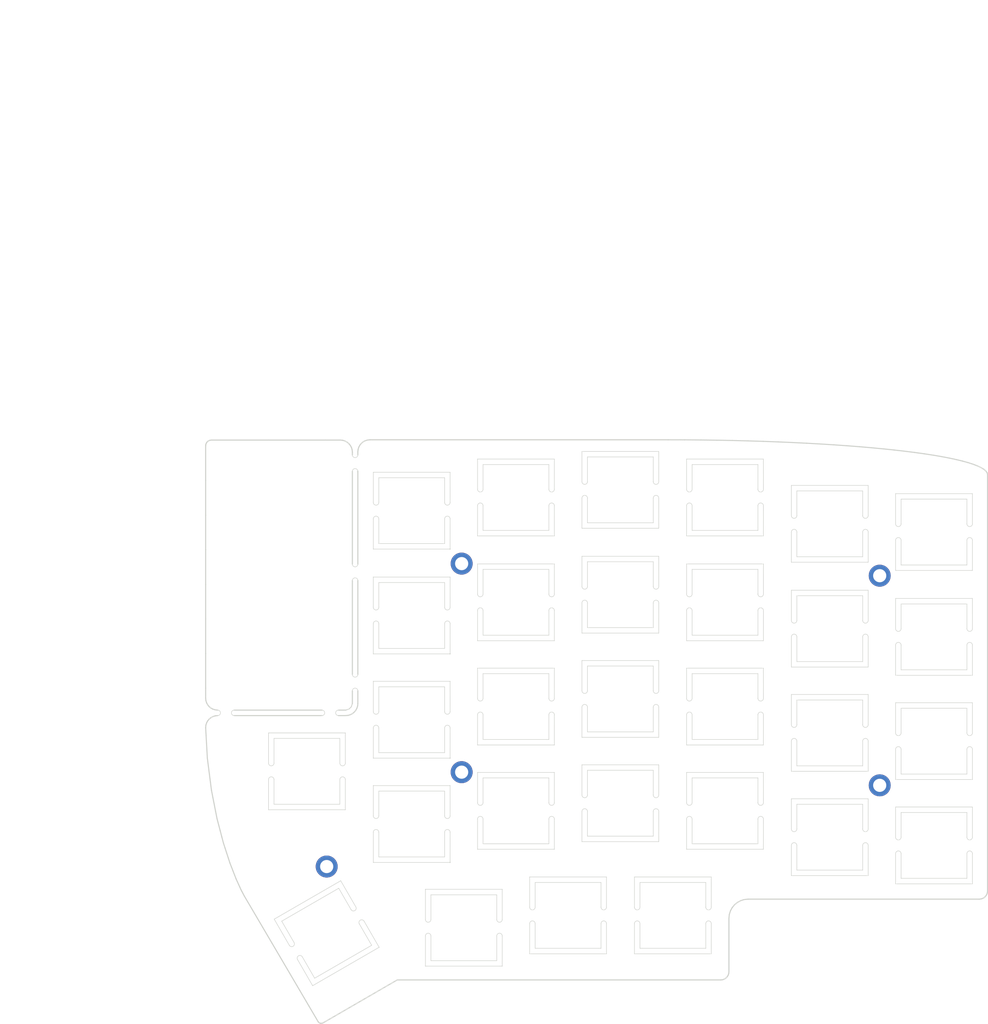
<source format=kicad_pcb>
(kicad_pcb (version 20211014) (generator pcbnew)
  (layers (0 "F.Cu" signal) (31 "B.Cu" signal) (34 "B.Paste" user) (35 "F.Paste" user) (36 "B.SilkS" user "B.Silkscreen") (37 "F.SilkS" user "F.Silkscreen") (38 "B.Mask" user) (39 "F.Mask" user) (44 "Edge.Cuts" user))
  (net 0 "")
  (footprint "Lily58-footprint:M2_HOLE_PCB" (layer "F.Cu") (at 129.6 57.7)
    (fp_text reference "REF**" hide)
    (fp_text value "M2_HOLE_PCB")
    (pad "" thru_hole circle locked (at 0 0) (size 4 4) (drill 2.4) (layers *.Cu *.Mask))
  )
  (footprint "Lily58-footprint:M2_HOLE_PCB" (layer "F.Cu") (at 205.8 59.9)
    (fp_text reference "REF**" hide)
    (fp_text value "M2_HOLE_PCB")
    (pad "" thru_hole circle locked (at 0 0) (size 4 4) (drill 2.4) (layers *.Cu *.Mask))
  )
  (footprint "Lily58-footprint:M2_HOLE_PCB" (layer "F.Cu") (at 205.8 98.1)
    (fp_text reference "REF**" hide)
    (fp_text value "M2_HOLE_PCB")
    (pad "" thru_hole circle locked (at 0 0) (size 4 4) (drill 2.4) (layers *.Cu *.Mask))
  )
  (footprint "Lily58-footprint:M2_HOLE_PCB" (layer "F.Cu") (at 129.6 95.7)
    (fp_text reference "REF**" hide)
    (fp_text value "M2_HOLE_PCB")
    (pad "" thru_hole circle locked (at 0 0) (size 4 4) (drill 2.4) (layers *.Cu *.Mask))
  )
  (footprint "Lily58-footprint:M2_HOLE_PCB" (layer "F.Cu") (at 105 112.9)
    (fp_text reference "REF**" hide)
    (fp_text value "M2_HOLE_PCB")
    (pad "" thru_hole circle locked (at 0 0) (size 4 4) (drill 2.4) (layers *.Cu *.Mask))
  )
  (gr_arc (start 152.529091 80.857953) (mid 152.029091 81.357797) (end 151.529091 80.857953) (layer "Edge.Cuts") (width 0.1))
  (gr_line (start 82.93821 36.236762) (end 82.959523 36.025015) (layer "Edge.Cuts") (width 0.2))
  (gr_line (start 183.60492 58.750162) (end 183.60492 63.250162) (layer "Edge.Cuts") (width 0.1))
  (gr_line (start 110.507703 84.050253) (end 110.635773 83.637157) (layer "Edge.Cuts") (width 0.2))
  (gr_line (start 136.996414 131.049859) (end 122.998474 131.049859) (layer "Edge.Cuts") (width 0.1))
  (gr_line (start 170.603903 52.649333) (end 170.603903 52.649333) (layer "Edge.Cuts") (width 0.1))
  (gr_line (start 183.603903 96.750256) (end 183.603903 101.250256) (layer "Edge.Cuts") (width 0.1))
  (gr_line (start 108.480812 85.393496) (end 108.924394 85.34884) (layer "Edge.Cuts") (width 0.2))
  (gr_line (start 222.697755 91.547194) (end 222.695695 97.04783) (layer "Edge.Cuts") (width 0.1))
  (gr_arc (start 189.70089 71.050595) (mid 190.20089 70.550751) (end 190.70089 71.050595) (layer "Edge.Cuts") (width 0.1))
  (gr_line (start 141.999031 114.798944) (end 155.996971 114.798944) (layer "Edge.Cuts") (width 0.1))
  (gr_arc (start 136.998474 122.549379) (mid 136.498474 123.049223) (end 135.998474 122.549379) (layer "Edge.Cuts") (width 0.1))
  (gr_arc (start 165.529091 80.857953) (mid 165.029091 81.357797) (end 164.529091 80.857953) (layer "Edge.Cuts") (width 0.1))
  (gr_line (start 113.499912 74.150936) (end 113.499912 74.150936) (layer "Edge.Cuts") (width 0.1))
  (gr_line (start 202.699873 90.047764) (end 202.699873 94.54792) (layer "Edge.Cuts") (width 0.1))
  (gr_line (start 154.999031 127.798944) (end 142.999031 127.798944) (layer "Edge.Cuts") (width 0.1))
  (gr_line (start 164.529091 38.259475) (end 164.529091 42.759475) (layer "Edge.Cuts") (width 0.1))
  (gr_line (start 85.298217 105.265772) (end 85.589059 106.376038) (layer "Edge.Cuts") (width 0.2))
  (gr_line (start 145.499196 77.747331) (end 145.499196 82.247331) (layer "Edge.Cuts") (width 0.1))
  (gr_line (start 114.498895 80.147625) (end 126.498895 80.147625) (layer "Edge.Cuts") (width 0.1))
  (gr_line (start 221.698772 69.550181) (end 221.698772 69.550181) (layer "Edge.Cuts") (width 0.1))
  (gr_line (start 184.60286 57.750162) (end 184.60492 63.250162) (layer "Edge.Cuts") (width 0.1))
  (gr_line (start 123.998474 122.549379) (end 123.998474 118.049379) (layer "Edge.Cuts") (width 0.1))
  (gr_line (start 208.697755 44.948872) (end 208.697755 44.948872) (layer "Edge.Cuts") (width 0.1))
  (gr_line (start 83.574355 83.754605) (end 83.898784 84.021695) (layer "Edge.Cuts") (width 0.2))
  (gr_arc (start 127.499912 65.650456) (mid 126.999912 66.1503) (end 126.499912 65.650456) (layer "Edge.Cuts") (width 0.1))
  (gr_line (start 203.697813 114.551325) (end 189.699873 114.551325) (layer "Edge.Cuts") (width 0.1))
  (gr_line (start 203.697813 95.5484) (end 203.697813 95.5484) (layer "Edge.Cuts") (width 0.1))
  (gr_line (start 203.697813 81.54792) (end 203.699873 87.04792) (layer "Edge.Cuts") (width 0.1))
  (gr_line (start 190.699873 94.54792) (end 190.699873 90.047764) (layer "Edge.Cuts") (width 0.1))
  (gr_line (start 180.454242 119.11341) (end 181.11144 118.909627) (layer "Edge.Cuts") (width 0.2))
  (gr_line (start 107.19555 116.852765) (end 109.44555 120.749879) (layer "Edge.Cuts") (width 0.1))
  (gr_line (start 164.529091 83.857797) (end 164.529091 88.357953) (layer "Edge.Cuts") (width 0.1))
  (gr_line (start 170.603903 82.247331) (end 170.603903 76.747331) (layer "Edge.Cuts") (width 0.1))
  (gr_line (start 151.530108 56.360784) (end 151.530108 56.360784) (layer "Edge.Cuts") (width 0.1))
  (gr_line (start 113.498895 79.147625) (end 113.498895 79.147625) (layer "Edge.Cuts") (width 0.1))
  (gr_arc (start 146.500213 63.250162) (mid 146.000213 63.750006) (end 145.500213 63.250162) (layer "Edge.Cuts") (width 0.1))
  (gr_line (start 126.498895 92.147625) (end 114.498895 92.147625) (layer "Edge.Cuts") (width 0.1))
  (gr_arc (start 209.698772 69.550181) (mid 209.198772 70.050025) (end 208.698772 69.550181) (layer "Edge.Cuts") (width 0.1))
  (gr_arc (start 107.399278 97.049215) (mid 107.899278 96.549371) (end 108.399278 97.049215) (layer "Edge.Cuts") (width 0.1))
  (gr_arc (start 146.499196 82.247331) (mid 145.999196 82.747175) (end 145.499196 82.247331) (layer "Edge.Cuts") (width 0.1))
  (gr_arc (start 152.529091 99.860878) (mid 152.029091 100.360722) (end 151.529091 99.860878) (layer "Edge.Cuts") (width 0.1))
  (gr_line (start 161.099535 120.3) (end 161.099535 114.8) (layer "Edge.Cuts") (width 0.1))
  (gr_line (start 85.879901 107.486303) (end 86.170742 108.596569) (layer "Edge.Cuts") (width 0.2))
  (gr_line (start 84.500659 101.572639) (end 84.754017 102.864073) (layer "Edge.Cuts") (width 0.2))
  (gr_line (start 82.937528 48.850629) (end 82.937528 42.543695) (layer "Edge.Cuts") (width 0.2))
  (gr_line (start 170.603903 109.750736) (end 170.603903 109.750736) (layer "Edge.Cuts") (width 0.1))
  (gr_line (start 122.998474 117.049379) (end 122.998474 117.049379) (layer "Edge.Cuts") (width 0.1))
  (gr_line (start 154.999031 120.298944) (end 154.999031 120.298944) (layer "Edge.Cuts") (width 0.1))
  (gr_line (start 155.996971 128.799424) (end 155.996971 128.799424) (layer "Edge.Cuts") (width 0.1))
  (gr_line (start 96.717492 129.727218) (end 98.399169 132.588745) (layer "Edge.Cuts") (width 0.2))
  (gr_line (start 179.3418 119.86312) (end 179.859689 119.435914) (layer "Edge.Cuts") (width 0.2))
  (gr_line (start 127.496835 93.148105) (end 127.496835 93.148105) (layer "Edge.Cuts") (width 0.1))
  (gr_line (start 127.497852 74.150936) (end 127.497852 74.150936) (layer "Edge.Cuts") (width 0.1))
  (gr_line (start 83.620498 96.065389) (end 83.80722 97.527579) (layer "Edge.Cuts") (width 0.2))
  (gr_line (start 171.60492 58.750162) (end 183.60492 58.750162) (layer "Edge.Cuts") (width 0.1))
  (gr_line (start 83.80722 97.527579) (end 83.993942 98.98977) (layer "Edge.Cuts") (width 0.2))
  (gr_arc (start 114.499912 65.650456) (mid 113.999912 66.1503) (end 113.499912 65.650456) (layer "Edge.Cuts") (width 0.1))
  (gr_line (start 184.60492 66.250006) (end 184.60286 71.750642) (layer "Edge.Cuts") (width 0.1))
  (gr_line (start 127.496835 41.049147) (end 127.498895 46.549147) (layer "Edge.Cuts") (width 0.1))
  (gr_arc (start 222.698772 69.550181) (mid 222.198772 70.050025) (end 221.698772 69.550181) (layer "Edge.Cuts") (width 0.1))
  (gr_line (start 83.169362 91.754688) (end 83.247055 93.141007) (layer "Edge.Cuts") (width 0.2))
  (gr_line (start 164.529091 45.759319) (end 164.529091 50.259475) (layer "Edge.Cuts") (width 0.1))
  (gr_line (start 221.697755 50.448872) (end 221.697755 50.448872) (layer "Edge.Cuts") (width 0.1))
  (gr_line (start 107.559792 115.487769) (end 107.559792 115.487769) (layer "Edge.Cuts") (width 0.1))
  (gr_line (start 103.801432 141.437539) (end 103.909017 141.470991) (layer "Edge.Cuts") (width 0.2))
  (gr_arc (start 221.698772 72.550025) (mid 222.198772 72.050181) (end 222.698772 72.550025) (layer "Edge.Cuts") (width 0.1))
  (gr_arc (start 114.498895 103.65055) (mid 113.998895 104.150394) (end 113.498895 103.65055) (layer "Edge.Cuts") (width 0.1))
  (gr_line (start 164.529091 50.259475) (end 152.529091 50.259475) (layer "Edge.Cuts") (width 0.1))
  (gr_arc (start 171.603903 101.250256) (mid 171.103903 101.7501) (end 170.603903 101.250256) (layer "Edge.Cuts") (width 0.1))
  (gr_line (start 113.499912 60.150456) (end 127.497852 60.150456) (layer "Edge.Cuts") (width 0.1))
  (gr_line (start 161.099535 114.8) (end 175.097475 114.8) (layer "Edge.Cuts") (width 0.1))
  (gr_arc (start 164.529091 83.857797) (mid 165.029091 83.357953) (end 165.529091 83.857797) (layer "Edge.Cuts") (width 0.1))
  (gr_line (start 165.527031 37.259475) (end 165.529091 42.759475) (layer "Edge.Cuts") (width 0.1))
  (gr_line (start 106.130369 140.350467) (end 107.806063 139.380328) (layer "Edge.Cuts") (width 0.2))
  (gr_line (start 146.497136 90.747811) (end 132.499196 90.747811) (layer "Edge.Cuts") (width 0.1))
  (gr_line (start 224.796877 118.582586) (end 224.542068 118.720802) (layer "Edge.Cuts") (width 0.2))
  (gr_line (start 114.498895 111.15055) (end 114.498895 106.650394) (layer "Edge.Cuts") (width 0.1))
  (gr_line (start 109.03654 35.829605) (end 108.711068 35.561076) (layer "Edge.Cuts") (width 0.2))
  (gr_line (start 151.529091 108.361358) (end 151.529091 108.361358) (layer "Edge.Cuts") (width 0.1))
  (gr_line (start 183.60492 70.750162) (end 171.60492 70.750162) (layer "Edge.Cuts") (width 0.1))
  (gr_line (start 113.498895 98.15055) (end 113.498895 98.15055) (layer "Edge.Cuts") (width 0.1))
  (gr_line (start 127.497852 74.150936) (end 113.499912 74.150936) (layer "Edge.Cuts") (width 0.1))
  (gr_line (start 151.529091 51.259955) (end 151.529091 45.759319) (layer "Edge.Cuts") (width 0.1))
  (gr_line (start 102.43746 134.611511) (end 99.687142 129.84782) (layer "Edge.Cuts") (width 0.1))
  (gr_line (start 184.568127 35.42085) (end 181.804897 35.335349) (layer "Edge.Cuts") (width 0.2))
  (gr_line (start 164.530108 69.360784) (end 152.530108 69.360784) (layer "Edge.Cuts") (width 0.1))
  (gr_line (start 135.998474 122.549379) (end 135.998474 122.549379) (layer "Edge.Cuts") (width 0.1))
  (gr_line (start 114.499912 61.150456) (end 126.499912 61.150456) (layer "Edge.Cuts") (width 0.1))
  (gr_line (start 132.499196 38.648853) (end 146.497136 38.648853) (layer "Edge.Cuts") (width 0.1))
  (gr_line (start 165.527031 94.360878) (end 165.529091 99.860878) (layer "Edge.Cuts") (width 0.1))
  (gr_line (start 208.697755 97.04783) (end 208.697755 91.547194) (layer "Edge.Cuts") (width 0.1))
  (gr_line (start 155.996971 114.798944) (end 155.996971 114.798944) (layer "Edge.Cuts") (width 0.1))
  (gr_line (start 174.099535 115.8) (end 174.099535 120.3) (layer "Edge.Cuts") (width 0.1))
  (gr_arc (start 113.499912 68.6503) (mid 113.999912 68.150456) (end 114.499912 68.6503) (layer "Edge.Cuts") (width 0.1))
  (gr_line (start 114.560032 127.612541) (end 114.560032 127.612541) (layer "Edge.Cuts") (width 0.1))
  (gr_line (start 112.436447 35.180267) (end 112.023424 35.308359) (layer "Edge.Cuts") (width 0.2))
  (gr_line (start 208.698772 78.050661) (end 208.698772 72.550025) (layer "Edge.Cuts") (width 0.1))
  (gr_arc (start 145.499196 47.148697) (mid 145.999196 46.648853) (end 146.499196 47.148697) (layer "Edge.Cuts") (width 0.1))
  (gr_line (start 114.498895 99.15055) (end 126.498895 99.15055) (layer "Edge.Cuts") (width 0.1))
  (gr_line (start 165.527031 75.357953) (end 165.527031 75.357953) (layer "Edge.Cuts") (width 0.1))
  (gr_arc (start 132.500213 66.250006) (mid 133.000213 65.750162) (end 133.500213 66.250006) (layer "Edge.Cuts") (width 0.1))
  (gr_arc (start 170.603903 104.2501) (mid 171.103903 103.750256) (end 171.603903 104.2501) (layer "Edge.Cuts") (width 0.1))
  (gr_arc (start 109.68042 40.885455) (mid 110.18042 40.385611) (end 110.68042 40.885455) (layer "Edge.Cuts") (width 0.1))
  (gr_line (start 151.529091 108.361358) (end 151.529091 102.860722) (layer "Edge.Cuts") (width 0.1))
  (gr_line (start 184.60286 57.750162) (end 184.60286 57.750162) (layer "Edge.Cuts") (width 0.1))
  (gr_line (start 151.529091 42.759475) (end 151.529091 37.259475) (layer "Edge.Cuts") (width 0.1))
  (gr_line (start 203.697813 95.5484) (end 189.699873 95.5484) (layer "Edge.Cuts") (width 0.1))
  (gr_line (start 113.498895 112.15103) (end 113.498895 106.650394) (layer "Edge.Cuts") (width 0.1))
  (gr_line (start 104.454674 141.320606) (end 106.130369 140.350467) (layer "Edge.Cuts") (width 0.2))
  (gr_line (start 136.996414 131.049859) (end 136.996414 131.049859) (layer "Edge.Cuts") (width 0.1))
  (gr_line (start 152.529091 38.259475) (end 164.529091 38.259475) (layer "Edge.Cuts") (width 0.1))
  (gr_line (start 155.996971 128.799424) (end 141.999031 128.799424) (layer "Edge.Cuts") (width 0.1))
  (gr_line (start 203.69883 62.550751) (end 203.69883 62.550751) (layer "Edge.Cuts") (width 0.1))
  (gr_line (start 222.696712 64.050181) (end 222.698772 69.550181) (layer "Edge.Cuts") (width 0.1))
  (gr_line (start 209.697755 45.948872) (end 221.697755 45.948872) (layer "Edge.Cuts") (width 0.1))
  (gr_line (start 221.697755 84.04735) (end 221.697755 88.54735) (layer "Edge.Cuts") (width 0.1))
  (gr_arc (start 190.699873 106.050845) (mid 190.199873 106.550689) (end 189.699873 106.050845) (layer "Edge.Cuts") (width 0.1))
  (gr_line (start 189.699873 106.050845) (end 189.699873 100.550845) (layer "Edge.Cuts") (width 0.1))
  (gr_line (start 154.999031 115.798944) (end 154.999031 120.298944) (layer "Edge.Cuts") (width 0.1))
  (gr_arc (start 127.498895 84.647625) (mid 126.998895 85.147469) (end 126.498895 84.647625) (layer "Edge.Cuts") (width 0.1))
  (gr_line (start 89.692772 117.718169) (end 89.842011 117.999639) (layer "Edge.Cuts") (width 0.2))
  (gr_line (start 82.937528 74.078362) (end 82.937528 67.771429) (layer "Edge.Cuts") (width 0.2))
  (gr_line (start 103.444199 141.173326) (end 103.539842 141.291766) (layer "Edge.Cuts") (width 0.2))
  (gr_line (start 152.529091 107.360878) (end 152.529091 102.860722) (layer "Edge.Cuts") (width 0.1))
  (gr_line (start 114.560032 127.612541) (end 102.43746 134.611511) (layer "Edge.Cuts") (width 0.1))
  (gr_arc (start 203.70089 68.050751) (mid 203.20089 68.550595) (end 202.70089 68.050751) (layer "Edge.Cuts") (width 0.1))
  (gr_arc (start 110.945472 123.34782) (mid 111.128563 122.664942) (end 111.811498 122.84782) (layer "Edge.Cuts") (width 0.1))
  (gr_line (start 179.859689 119.435914) (end 180.454242 119.11341) (layer "Edge.Cuts") (width 0.2))
  (gr_line (start 113.498895 79.147625) (end 127.496835 79.147625) (layer "Edge.Cuts") (width 0.1))
  (gr_line (start 127.499912 68.6503) (end 127.497852 74.150936) (layer "Edge.Cuts") (width 0.1))
  (gr_line (start 164.529091 95.360878) (end 164.529091 99.860878) (layer "Edge.Cuts") (width 0.1))
  (gr_line (start 82.936283 87.59573) (end 83.013976 88.982049) (layer "Edge.Cuts") (width 0.2))
  (gr_line (start 87.924122 113.704692) (end 88.202469 114.421385) (layer "Edge.Cuts") (width 0.2))
  (gr_line (start 178.061265 132.899468) (end 177.878177 133.121421) (layer "Edge.Cuts") (width 0.2))
  (gr_line (start 109.305022 36.155136) (end 109.03654 35.829605) (layer "Edge.Cuts") (width 0.2))
  (gr_line (start 208.698772 64.050181) (end 208.698772 64.050181) (layer "Edge.Cuts") (width 0.1))
  (gr_line (start 183.603903 104.2501) (end 183.603903 108.750256) (layer "Edge.Cuts") (width 0.1))
  (gr_line (start 152.529091 76.357953) (end 164.529091 76.357953) (layer "Edge.Cuts") (width 0.1))
  (gr_line (start 184.603903 47.148697) (end 184.601843 52.649333) (layer "Edge.Cuts") (width 0.1))
  (gr_line (start 126.499912 68.6503) (end 126.499912 73.150456) (layer "Edge.Cuts") (width 0.1))
  (gr_line (start 203.697813 43.449442) (end 203.699873 48.949442) (layer "Edge.Cuts") (width 0.1))
  (gr_line (start 175.097475 114.8) (end 175.099535 120.3) (layer "Edge.Cuts") (width 0.1))
  (gr_line (start 222.695695 102.050275) (end 222.697755 107.550275) (layer "Edge.Cuts") (width 0.1))
  (gr_line (start 225.457916 41.485605) (end 225.457916 117.338584) (layer "Edge.Cuts") (width 0.2))
  (gr_line (start 84.272627 85.564361) (end 83.898784 85.765395) (layer "Edge.Cuts") (width 0.2))
  (gr_line (start 202.087487 36.396291) (end 199.805571 36.219338) (layer "Edge.Cuts") (width 0.2))
  (gr_arc (start 170.603903 47.148697) (mid 171.103903 46.648853) (end 171.603903 47.148697) (layer "Edge.Cuts") (width 0.1))
  (gr_line (start 83.993942 98.98977) (end 84.2473 100.281204) (layer "Edge.Cuts") (width 0.2))
  (gr_line (start 187.273528 35.520607) (end 184.568127 35.42085) (layer "Edge.Cuts") (width 0.2))
  (gr_arc (start 203.699873 87.04792) (mid 203.199873 87.547764) (end 202.699873 87.04792) (layer "Edge.Cuts") (width 0.1))
  (gr_line (start 171.603903 82.247331) (end 171.603903 77.747331) (layer "Edge.Cuts") (width 0.1))
  (gr_line (start 88.709186 115.642364) (end 88.937556 116.146652) (layer "Edge.Cuts") (width 0.2))
  (gr_line (start 108.399278 97.049215) (end 108.397218 102.549851) (layer "Edge.Cuts") (width 0.1))
  (gr_line (start 189.70089 76.551231) (end 189.70089 71.050595) (layer "Edge.Cuts") (width 0.1))
  (gr_arc (start 221.697755 53.448716) (mid 222.197755 52.948872) (end 222.697755 53.448716) (layer "Edge.Cuts") (width 0.1))
  (gr_line (start 108.924394 85.34884) (end 109.337416 85.220748) (layer "Edge.Cuts") (width 0.2))
  (gr_line (start 87.645775 112.988) (end 87.924122 113.704692) (layer "Edge.Cuts") (width 0.2))
  (gr_line (start 132.499196 38.648853) (end 132.499196 38.648853) (layer "Edge.Cuts") (width 0.1))
  (gr_line (start 95.43722 122.486739) (end 107.559792 115.487769) (layer "Edge.Cuts") (width 0.1))
  (gr_line (start 123.998474 130.049379) (end 123.998474 125.549223) (layer "Edge.Cuts") (width 0.1))
  (gr_line (start 184.601843 52.649333) (end 170.603903 52.649333) (layer "Edge.Cuts") (width 0.1))
  (gr_line (start 178.59209 120.975562) (end 178.914594 120.381009) (layer "Edge.Cuts") (width 0.2))
  (gr_line (start 94.399278 102.549851) (end 94.399278 97.049215) (layer "Edge.Cuts") (width 0.1))
  (gr_line (start 203.699873 90.047764) (end 203.697813 95.5484) (layer "Edge.Cuts") (width 0.1))
  (gr_line (start 189.699873 43.449442) (end 189.699873 43.449442) (layer "Edge.Cuts") (width 0.1))
  (gr_line (start 222.698772 72.550025) (end 222.696712 78.050661) (layer "Edge.Cuts") (width 0.1))
  (gr_line (start 83.247055 93.141007) (end 83.433777 94.603198) (layer "Edge.Cuts") (width 0.2))
  (gr_line (start 152.530108 61.860784) (end 152.530108 57.360784) (layer "Edge.Cuts") (width 0.1))
  (gr_line (start 136.998474 125.549223) (end 136.996414 131.049859) (layer "Edge.Cuts") (width 0.1))
  (gr_line (start 99.053246 126.749879) (end 96.803246 122.852765) (layer "Edge.Cuts") (width 0.1))
  (gr_line (start 165.530108 64.860628) (end 165.528048 70.361264) (layer "Edge.Cuts") (width 0.1))
  (gr_line (start 136.996414 117.049379) (end 136.998474 122.549379) (layer "Edge.Cuts") (width 0.1))
  (gr_line (start 82.980305 87.147252) (end 82.936288 87.59573) (layer "Edge.Cuts") (width 0.2))
  (gr_line (start 208.697755 50.448872) (end 208.697755 44.948872) (layer "Edge.Cuts") (width 0.1))
  (gr_line (start 218.437661 38.457556) (end 217.036875 38.191634) (layer "Edge.Cuts") (width 0.2))
  (gr_arc (start 133.500213 63.250162) (mid 133.000213 63.750006) (end 132.500213 63.250162) (layer "Edge.Cuts") (width 0.1))
  (gr_line (start 170.60492 71.750642) (end 170.60492 66.250006) (layer "Edge.Cuts") (width 0.1))
  (gr_line (start 222.695695 83.04735) (end 222.695695 83.04735) (layer "Edge.Cuts") (width 0.1))
  (gr_line (start 142.999031 115.798944) (end 154.999031 115.798944) (layer "Edge.Cuts") (width 0.1))
  (gr_line (start 132.499196 82.247331) (end 132.499196 76.747331) (layer "Edge.Cuts") (width 0.1))
  (gr_line (start 102.803246 133.24507) (end 100.553168 129.34782) (layer "Edge.Cuts") (width 0.1))
  (gr_line (start 123.998474 118.049379) (end 135.998474 118.049379) (layer "Edge.Cuts") (width 0.1))
  (gr_arc (start 208.697755 91.547194) (mid 209.197755 91.04735) (end 209.697755 91.547194) (layer "Edge.Cuts") (width 0.1))
  (gr_line (start 83.307614 86.357346) (end 83.106839 86.731697) (layer "Edge.Cuts") (width 0.2))
  (gr_line (start 108.480812 84.393496) (end 109.080616 84.193496) (layer "Edge.Cuts") (width 0.15))
  (gr_line (start 190.699873 87.04792) (end 190.699873 82.54792) (layer "Edge.Cuts") (width 0.1))
  (gr_line (start 189.70089 62.550751) (end 203.69883 62.550751) (layer "Edge.Cuts") (width 0.1))
  (gr_line (start 126.498895 103.65055) (end 126.498895 103.65055) (layer "Edge.Cuts") (width 0.1))
  (gr_line (start 82.937528 55.157562) (end 82.937528 48.850629) (layer "Edge.Cuts") (width 0.2))
  (gr_line (start 202.699873 56.449442) (end 190.699873 56.449442) (layer "Edge.Cuts") (width 0.1))
  (gr_line (start 84.272627 84.222729) (end 84.687607 84.349424) (layer "Edge.Cuts") (width 0.2))
  (gr_line (start 132.499196 52.649333) (end 132.499196 52.649333) (layer "Edge.Cuts") (width 0.1))
  (gr_line (start 181.804897 35.335349) (end 178.987479 35.264503) (layer "Edge.Cuts") (width 0.2))
  (gr_line (start 165.527031 51.259955) (end 165.527031 51.259955) (layer "Edge.Cuts") (width 0.1))
  (gr_line (start 88.480816 115.138077) (end 88.709186 115.642364) (layer "Edge.Cuts") (width 0.2))
  (gr_line (start 94.399278 94.049371) (end 94.399278 88.549371) (layer "Edge.Cuts") (width 0.1))
  (gr_line (start 177.878177 133.121421) (end 177.656225 133.304509) (layer "Edge.Cuts") (width 0.2))
  (gr_line (start 221.697755 107.550275) (end 221.697755 107.550275) (layer "Edge.Cuts") (width 0.1))
  (gr_line (start 145.500213 66.250006) (end 145.500213 70.750162) (layer "Edge.Cuts") (width 0.1))
  (gr_arc (start 202.699873 51.949286) (mid 203.199873 51.449442) (end 203.699873 51.949286) (layer "Edge.Cuts") (width 0.1))
  (gr_line (start 184.601843 38.648853) (end 184.603903 44.148853) (layer "Edge.Cuts") (width 0.1))
  (gr_arc (start 133.499196 44.148853) (mid 132.999196 44.648697) (end 132.499196 44.148853) (layer "Edge.Cuts") (width 0.1))
  (gr_line (start 210.345407 37.214879) (end 208.418675 36.994411) (layer "Edge.Cuts") (width 0.2))
  (gr_line (start 113.498895 98.15055) (end 127.496835 98.15055) (layer "Edge.Cuts") (width 0.1))
  (gr_arc (start 208.698772 72.550025) (mid 209.198772 72.050181) (end 209.698772 72.550025) (layer "Edge.Cuts") (width 0.1))
  (gr_line (start 221.698772 77.050181) (end 209.698772 77.050181) (layer "Edge.Cuts") (width 0.1))
  (gr_arc (start 114.498895 84.647625) (mid 113.998895 85.147469) (end 113.498895 84.647625) (layer "Edge.Cuts") (width 0.1))
  (gr_line (start 221.698772 65.050181) (end 221.698772 69.550181) (layer "Edge.Cuts") (width 0.1))
  (gr_line (start 114.498895 54.049147) (end 114.498895 49.548991) (layer "Edge.Cuts") (width 0.1))
  (gr_line (start 164.530108 61.860784) (end 164.530108 61.860784) (layer "Edge.Cuts") (width 0.1))
  (gr_line (start 202.70089 63.550751) (end 202.70089 68.050751) (layer "Edge.Cuts") (width 0.1))
  (gr_arc (start 208.697755 110.550119) (mid 209.197755 110.050275) (end 209.697755 110.550119) (layer "Edge.Cuts") (width 0.1))
  (gr_line (start 83.307614 83.429744) (end 83.574355 83.754605) (layer "Edge.Cuts") (width 0.2))
  (gr_line (start 189.699873 87.04792) (end 189.699873 81.54792) (layer "Edge.Cuts") (width 0.1))
  (gr_arc (start 209.697755 107.550275) (mid 209.197755 108.050119) (end 208.697755 107.550275) (layer "Edge.Cuts") (width 0.1))
  (gr_arc (start 155.999031 120.298944) (mid 155.499031 120.798788) (end 154.999031 120.298944) (layer "Edge.Cuts") (width 0.1))
  (gr_line (start 141.999031 128.799424) (end 141.999031 128.799424) (layer "Edge.Cuts") (width 0.1))
  (gr_line (start 145.499196 104.2501) (end 145.499196 108.750256) (layer "Edge.Cuts") (width 0.1))
  (gr_arc (start 126.499912 68.6503) (mid 126.999912 68.150456) (end 127.499912 68.6503) (layer "Edge.Cuts") (width 0.1))
  (gr_line (start 221.697755 88.54735) (end 221.697755 88.54735) (layer "Edge.Cuts") (width 0.1))
  (gr_line (start 178.914594 120.381009) (end 179.3418 119.86312) (layer "Edge.Cuts") (width 0.2))
  (gr_arc (start 165.529091 99.860878) (mid 165.029091 100.360722) (end 164.529091 99.860878) (layer "Edge.Cuts") (width 0.1))
  (gr_line (start 209.697755 103.050275) (end 221.697755 103.050275) (layer "Edge.Cuts") (width 0.1))
  (gr_line (start 171.603903 44.148853) (end 171.603903 39.648853) (layer "Edge.Cuts") (width 0.1))
  (gr_arc (start 132.499196 85.247175) (mid 132.999196 84.747331) (end 133.499196 85.247175) (layer "Edge.Cuts") (width 0.1))
  (gr_line (start 161.099535 114.8) (end 161.099535 114.8) (layer "Edge.Cuts") (width 0.1))
  (gr_line (start 113.499912 65.650456) (end 113.499912 60.150456) (layer "Edge.Cuts") (width 0.1))
  (gr_line (start 107.399278 94.049371) (end 107.399278 94.049371) (layer "Edge.Cuts") (width 0.1))
  (gr_line (start 126.498895 87.647469) (end 126.498895 92.147625) (layer "Edge.Cuts") (width 0.1))
  (gr_line (start 209.697755 96.04735) (end 209.697755 91.547194) (layer "Edge.Cuts") (width 0.1))
  (gr_line (start 192.496266 35.761303) (end 189.917455 35.634224) (layer "Edge.Cuts") (width 0.2))
  (gr_line (start 202.699873 48.949442) (end 202.699873 48.949442) (layer "Edge.Cuts") (width 0.1))
  (gr_line (start 170.60492 63.250162) (end 170.60492 57.750162) (layer "Edge.Cuts") (width 0.1))
  (gr_arc (start 132.499196 47.148697) (mid 132.999196 46.648853) (end 133.499196 47.148697) (layer "Edge.Cuts") (width 0.1))
  (gr_arc (start 110.311576 120.249879) (mid 110.128485 120.932757) (end 109.44555 120.749879) (layer "Edge.Cuts") (width 0.1))
  (gr_line (start 189.699873 100.550845) (end 203.697813 100.550845) (layer "Edge.Cuts") (width 0.1))
  (gr_arc (start 184.603903 82.247331) (mid 184.103903 82.747175) (end 183.603903 82.247331) (layer "Edge.Cuts") (width 0.1))
  (gr_arc (start 221.697755 110.550119) (mid 222.197755 110.050275) (end 222.697755 110.550119) (layer "Edge.Cuts") (width 0.1))
  (gr_line (start 146.497136 52.649333) (end 132.499196 52.649333) (layer "Edge.Cuts") (width 0.1))
  (gr_line (start 184.601843 52.649333) (end 184.601843 52.649333) (layer "Edge.Cuts") (width 0.1))
  (gr_arc (start 133.499196 82.247331) (mid 132.999196 82.747175) (end 132.499196 82.247331) (layer "Edge.Cuts") (width 0.1))
  (gr_line (start 136.996414 117.049379) (end 136.996414 117.049379) (layer "Edge.Cuts") (width 0.1))
  (gr_line (start 89.99125 118.28111) (end 91.672462 121.142637) (layer "Edge.Cuts") (width 0.2))
  (gr_line (start 183.60492 63.250162) (end 183.60492 63.250162) (layer "Edge.Cuts") (width 0.1))
  (gr_line (start 170.603903 90.747811) (end 170.603903 90.747811) (layer "Edge.Cuts") (width 0.1))
  (gr_line (start 199.805571 36.219338) (end 197.443967 36.054257) (layer "Edge.Cuts") (width 0.2))
  (gr_line (start 222.697755 110.550119) (end 222.695695 116.050755) (layer "Edge.Cuts") (width 0.1))
  (gr_arc (start 85.135449 84.393496) (mid 85.635293 84.893496) (end 85.135449 85.393496) (layer "Edge.Cuts") (width 0.1))
  (gr_line (start 208.418675 36.994411) (end 206.397682 36.784225) (layer "Edge.Cuts") (width 0.2))
  (gr_arc (start 183.603903 47.148697) (mid 184.103903 46.648853) (end 184.603903 47.148697) (layer "Edge.Cuts") (width 0.1))
  (gr_line (start 135.998474 125.549223) (end 135.998474 130.049379) (layer "Edge.Cuts") (width 0.1))
  (gr_line (start 133.500213 70.750162) (end 133.500213 66.250006) (layer "Edge.Cuts") (width 0.1))
  (gr_line (start 126.498895 46.549147) (end 126.498895 46.549147) (layer "Edge.Cuts") (width 0.1))
  (gr_line (start 114.498895 46.549147) (end 114.498895 42.049147) (layer "Edge.Cuts") (width 0.1))
  (gr_line (start 222.696712 64.050181) (end 222.696712 64.050181) (layer "Edge.Cuts") (width 0.1))
  (gr_arc (start 222.697755 107.550275) (mid 222.197755 108.050119) (end 221.697755 107.550275) (layer "Edge.Cuts") (width 0.1))
  (gr_line (start 87.367427 112.271308) (end 87.645775 112.988) (layer "Edge.Cuts") (width 0.2))
  (gr_line (start 108.397218 102.549851) (end 94.399278 102.549851) (layer "Edge.Cuts") (width 0.1))
  (gr_line (start 170.603903 76.747331) (end 184.601843 76.747331) (layer "Edge.Cuts") (width 0.1))
  (gr_line (start 170.603903 38.648853) (end 170.603903 38.648853) (layer "Edge.Cuts") (width 0.1))
  (gr_line (start 113.498895 93.148105) (end 113.498895 93.148105) (layer "Edge.Cuts") (width 0.1))
  (gr_line (start 84.754017 102.864073) (end 85.007376 104.155507) (layer "Edge.Cuts") (width 0.2))
  (gr_arc (start 222.697755 88.54735) (mid 222.197755 89.047194) (end 221.697755 88.54735) (layer "Edge.Cuts") (width 0.1))
  (gr_line (start 183.603903 108.750256) (end 171.603903 108.750256) (layer "Edge.Cuts") (width 0.1))
  (gr_line (start 142.999031 120.298944) (end 142.999031 115.798944) (layer "Edge.Cuts") (width 0.1))
  (gr_line (start 225.018829 118.399497) (end 224.796877 118.582586) (layer "Edge.Cuts") (width 0.2))
  (gr_line (start 203.697813 100.550845) (end 203.697813 100.550845) (layer "Edge.Cuts") (width 0.1))
  (gr_line (start 83.013976 88.982049) (end 83.091669 90.368368) (layer "Edge.Cuts") (width 0.2))
  (gr_arc (start 141.999031 123.298788) (mid 142.499031 122.798944) (end 142.999031 123.298788) (layer "Edge.Cuts") (width 0.1))
  (gr_line (start 162.099535 115.8) (end 174.099535 115.8) (layer "Edge.Cuts") (width 0.1))
  (gr_line (start 151.529091 89.358433) (end 151.529091 89.358433) (layer "Edge.Cuts") (width 0.1))
  (gr_line (start 221.697755 103.050275) (end 221.697755 107.550275) (layer "Edge.Cuts") (width 0.1))
  (gr_line (start 151.530108 56.360784) (end 165.528048 56.360784) (layer "Edge.Cuts") (width 0.1))
  (gr_line (start 107.806063 139.380328) (end 109.481758 138.410189) (layer "Edge.Cuts") (width 0.2))
  (gr_line (start 127.496835 112.15103) (end 127.496835 112.15103) (layer "Edge.Cuts") (width 0.1))
  (gr_line (start 209.697755 50.448872) (end 209.697755 45.948872) (layer "Edge.Cuts") (width 0.1))
  (gr_line (start 189.699873 81.54792) (end 203.697813 81.54792) (layer "Edge.Cuts") (width 0.1))
  (gr_line (start 146.497136 109.750736) (end 132.499196 109.750736) (layer "Edge.Cuts") (width 0.1))
  (gr_line (start 221.697755 110.550119) (end 221.697755 115.050275) (layer "Edge.Cuts") (width 0.1))
  (gr_line (start 133.499196 51.648853) (end 133.499196 47.148697) (layer "Edge.Cuts") (width 0.1))
  (gr_arc (start 202.699873 109.050689) (mid 203.199873 108.550845) (end 203.699873 109.050689) (layer "Edge.Cuts") (width 0.1))
  (gr_line (start 146.497136 95.750256) (end 146.499196 101.250256) (layer "Edge.Cuts") (width 0.1))
  (gr_arc (start 209.697755 88.54735) (mid 209.197755 89.047194) (end 208.697755 88.54735) (layer "Edge.Cuts") (width 0.1))
  (gr_arc (start 189.699873 51.949286) (mid 190.199873 51.449442) (end 190.699873 51.949286) (layer "Edge.Cuts") (width 0.1))
  (gr_line (start 132.499196 90.747811) (end 132.499196 90.747811) (layer "Edge.Cuts") (width 0.1))
  (gr_line (start 190.699873 113.550845) (end 190.699873 109.050689) (layer "Edge.Cuts") (width 0.1))
  (gr_line (start 127.496835 98.15055) (end 127.496835 98.15055) (layer "Edge.Cuts") (width 0.1))
  (gr_line (start 221.697755 115.050275) (end 209.697755 115.050275) (layer "Edge.Cuts") (width 0.1))
  (gr_line (start 146.497136 52.649333) (end 146.497136 52.649333) (layer "Edge.Cuts") (width 0.1))
  (gr_line (start 114.499912 65.650456) (end 114.499912 61.150456) (layer "Edge.Cuts") (width 0.1))
  (gr_line (start 127.497852 60.150456) (end 127.497852 60.150456) (layer "Edge.Cuts") (width 0.1))
  (gr_line (start 114.498895 84.647625) (end 114.498895 80.147625) (layer "Edge.Cuts") (width 0.1))
  (gr_arc (start 189.699873 109.050689) (mid 190.199873 108.550845) (end 190.699873 109.050689) (layer "Edge.Cuts") (width 0.1))
  (gr_line (start 132.500213 71.750642) (end 132.500213 66.250006) (layer "Edge.Cuts") (width 0.1))
  (gr_line (start 202.699873 82.54792) (end 202.699873 87.04792) (layer "Edge.Cuts") (width 0.1))
  (gr_line (start 202.699873 109.050689) (end 202.699873 113.550845) (layer "Edge.Cuts") (width 0.1))
  (gr_arc (start 146.499196 44.148853) (mid 145.999196 44.648697) (end 145.499196 44.148853) (layer "Edge.Cuts") (width 0.1))
  (gr_line (start 184.60286 71.750642) (end 170.60492 71.750642) (layer "Edge.Cuts") (width 0.1))
  (gr_line (start 107.480812 35.185611) (end 104.803877 35.186762) (layer "Edge.Cuts") (width 0.2))
  (gr_arc (start 94.399278 97.049215) (mid 94.899278 96.549371) (end 95.399278 97.049215) (layer "Edge.Cuts") (width 0.1))
  (gr_line (start 225.157677 40.835884) (end 224.787842 40.517904) (layer "Edge.Cuts") (width 0.2))
  (gr_line (start 82.937528 80.385296) (end 82.937528 74.078362) (layer "Edge.Cuts") (width 0.2))
  (gr_line (start 175.099535 123.299844) (end 175.097475 128.80048) (layer "Edge.Cuts") (width 0.1))
  (gr_line (start 203.697813 43.449442) (end 203.697813 43.449442) (layer "Edge.Cuts") (width 0.1))
  (gr_line (start 203.697813 114.551325) (end 203.697813 114.551325) (layer "Edge.Cuts") (width 0.1))
  (gr_line (start 223.626956 39.897689) (end 222.843192 39.596251) (layer "Edge.Cuts") (width 0.2))
  (gr_line (start 164.529091 76.357953) (end 164.529091 80.857953) (layer "Edge.Cuts") (width 0.1))
  (gr_line (start 126.498895 54.049147) (end 114.498895 54.049147) (layer "Edge.Cuts") (width 0.1))
  (gr_line (start 82.937528 67.771429) (end 82.937528 61.464495) (layer "Edge.Cuts") (width 0.2))
  (gr_line (start 151.529091 75.357953) (end 151.529091 75.357953) (layer "Edge.Cuts") (width 0.1))
  (gr_line (start 107.399278 89.549371) (end 107.399278 94.049371) (layer "Edge.Cuts") (width 0.1))
  (gr_line (start 83.106839 83.055393) (end 83.307614 83.429744) (layer "Edge.Cuts") (width 0.2))
  (gr_arc (start 108.399278 94.049371) (mid 107.899278 94.549215) (end 107.399278 94.049371) (layer "Edge.Cuts") (width 0.1))
  (gr_line (start 202.699873 106.050845) (end 202.699873 106.050845) (layer "Edge.Cuts") (width 0.1))
  (gr_line (start 96.803246 122.852765) (end 107.19555 116.852765) (layer "Edge.Cuts") (width 0.1))
  (gr_line (start 133.499196 77.747331) (end 145.499196 77.747331) (layer "Edge.Cuts") (width 0.1))
  (gr_line (start 107.924393 35.230267) (end 107.480812 35.185611) (layer "Edge.Cuts") (width 0.2))
  (gr_arc (start 107.135293 85.393496) (mid 106.635449 84.893496) (end 107.135293 84.393496) (layer "Edge.Cuts") (width 0.1))
  (gr_line (start 221.697755 91.547194) (end 221.697755 96.04735) (layer "Edge.Cuts") (width 0.1))
  (gr_arc (start 123.998474 122.549379) (mid 123.498474 123.049223) (end 122.998474 122.549379) (layer "Edge.Cuts") (width 0.1))
  (gr_line (start 164.529091 107.360878) (end 152.529091 107.360878) (layer "Edge.Cuts") (width 0.1))
  (gr_line (start 85.135449 85.393496) (end 84.687607 85.437666) (layer "Edge.Cuts") (width 0.2))
  (gr_line (start 145.499196 108.750256) (end 133.499196 108.750256) (layer "Edge.Cuts") (width 0.1))
  (gr_line (start 132.499196 95.750256) (end 132.499196 95.750256) (layer "Edge.Cuts") (width 0.1))
  (gr_line (start 165.528048 56.360784) (end 165.530108 61.860784) (layer "Edge.Cuts") (width 0.1))
  (gr_line (start 184.601843 76.747331) (end 184.603903 82.247331) (layer "Edge.Cuts") (width 0.1))
  (gr_line (start 164.529091 102.860722) (end 164.529091 107.360878) (layer "Edge.Cuts") (width 0.1))
  (gr_line (start 111.055818 36.105136) (end 110.853137 36.478855) (layer "Edge.Cuts") (width 0.2))
  (gr_line (start 171.60492 63.250162) (end 171.60492 58.750162) (layer "Edge.Cuts") (width 0.1))
  (gr_line (start 82.980305 82.639838) (end 83.106839 83.055393) (layer "Edge.Cuts") (width 0.2))
  (gr_line (start 171.603903 101.250256) (end 171.603903 96.750256) (layer "Edge.Cuts") (width 0.1))
  (gr_line (start 145.499196 44.148853) (end 145.499196 44.148853) (layer "Edge.Cuts") (width 0.1))
  (gr_arc (start 146.499196 101.250256) (mid 145.999196 101.7501) (end 145.499196 101.250256) (layer "Edge.Cuts") (width 0.1))
  (gr_line (start 209.698772 69.550181) (end 209.698772 65.050181) (layer "Edge.Cuts") (width 0.1))
  (gr_arc (start 209.697755 50.448872) (mid 209.197755 50.948716) (end 208.697755 50.448872) (layer "Edge.Cuts") (width 0.1))
  (gr_line (start 170.603903 109.750736) (end 170.603903 104.2501) (layer "Edge.Cuts") (width 0.1))
  (gr_line (start 171.60492 70.750162) (end 171.60492 66.250006) (layer "Edge.Cuts") (width 0.1))
  (gr_line (start 208.697755 102.050275) (end 222.695695 102.050275) (layer "Edge.Cuts") (width 0.1))
  (gr_line (start 183.603903 51.648853) (end 171.603903 51.648853) (layer "Edge.Cuts") (width 0.1))
  (gr_line (start 222.696712 78.050661) (end 222.696712 78.050661) (layer "Edge.Cuts") (width 0.1))
  (gr_line (start 132.499196 90.747811) (end 132.499196 85.247175) (layer "Edge.Cuts") (width 0.1))
  (gr_line (start 175.097475 114.8) (end 175.097475 114.8) (layer "Edge.Cuts") (width 0.1))
  (gr_line (start 202.699873 87.04792) (end 202.699873 87.04792) (layer "Edge.Cuts") (width 0.1))
  (gr_line (start 209.697755 107.550275) (end 209.697755 103.050275) (layer "Edge.Cuts") (width 0.1))
  (gr_line (start 189.699873 114.551325) (end 189.699873 114.551325) (layer "Edge.Cuts") (width 0.1))
  (gr_line (start 112.880028 35.135611) (end 112.436447 35.180267) (layer "Edge.Cuts") (width 0.2))
  (gr_line (start 174.099535 123.299844) (end 174.099535 127.8) (layer "Edge.Cuts") (width 0.1))
  (gr_line (start 162.099535 120.3) (end 162.099535 115.8) (layer "Edge.Cuts") (width 0.1))
  (gr_line (start 165.529091 83.857797) (end 165.527031 89.358433) (layer "Edge.Cuts") (width 0.1))
  (gr_line (start 95.43722 122.486739) (end 95.43722 122.486739) (layer "Edge.Cuts") (width 0.1))
  (gr_line (start 94.399278 102.549851) (end 94.399278 102.549851) (layer "Edge.Cuts") (width 0.1))
  (gr_line (start 225.457916 41.485605) (end 225.382249 41.158584) (layer "Edge.Cuts") (width 0.2))
  (gr_line (start 171.603903 77.747331) (end 183.603903 77.747331) (layer "Edge.Cuts") (width 0.1))
  (gr_line (start 109.44555 120.749879) (end 109.44555 120.749879) (layer "Edge.Cuts") (width 0.1))
  (gr_line (start 165.527031 108.361358) (end 165.527031 108.361358) (layer "Edge.Cuts") (width 0.1))
  (gr_line (start 133.499196 39.648853) (end 145.499196 39.648853) (layer "Edge.Cuts") (width 0.1))
  (gr_arc (start 208.697755 53.448716) (mid 209.197755 52.948872) (end 209.697755 53.448716) (layer "Edge.Cuts") (width 0.1))
  (gr_line (start 110.036541 84.749502) (end 110.305023 84.423972) (layer "Edge.Cuts") (width 0.2))
  (gr_line (start 222.696712 78.050661) (end 208.698772 78.050661) (layer "Edge.Cuts") (width 0.1))
  (gr_line (start 164.529091 88.357953) (end 152.529091 88.357953) (layer "Edge.Cuts") (width 0.1))
  (gr_line (start 126.498895 49.548991) (end 126.498895 54.049147) (layer "Edge.Cuts") (width 0.1))
  (gr_line (start 184.601843 38.648853) (end 184.601843 38.648853) (layer "Edge.Cuts") (width 0.1))
  (gr_arc (start 88.135293 85.393496) (mid 87.635449 84.893496) (end 88.135293 84.393496) (layer "Edge.Cuts") (width 0.1))
  (gr_line (start 202.70089 75.550751) (end 190.70089 75.550751) (layer "Edge.Cuts") (width 0.1))
  (gr_line (start 181.11144 118.909627) (end 181.817264 118.838584) (layer "Edge.Cuts") (width 0.2))
  (gr_arc (start 183.603903 104.2501) (mid 184.103903 103.750256) (end 184.603903 104.2501) (layer "Edge.Cuts") (width 0.1))
  (gr_line (start 208.697755 107.550275) (end 208.697755 102.050275) (layer "Edge.Cuts") (width 0.1))
  (gr_line (start 135.998474 130.049379) (end 123.998474 130.049379) (layer "Edge.Cuts") (width 0.1))
  (gr_line (start 146.497136 95.750256) (end 146.497136 95.750256) (layer "Edge.Cuts") (width 0.1))
  (gr_line (start 184.60286 71.750642) (end 184.60286 71.750642) (layer "Edge.Cuts") (width 0.1))
  (gr_line (start 190.699873 101.550845) (end 202.699873 101.550845) (layer "Edge.Cuts") (width 0.1))
  (gr_line (start 151.530108 70.361264) (end 151.530108 64.860628) (layer "Edge.Cuts") (width 0.1))
  (gr_arc (start 110.68042 77.885611) (mid 110.18042 78.385455) (end 109.68042 77.885611) (layer "Edge.Cuts") (width 0.1))
  (gr_arc (start 184.603903 44.148853) (mid 184.103903 44.648697) (end 183.603903 44.148853) (layer "Edge.Cuts") (width 0.1))
  (gr_line (start 132.499196 109.750736) (end 132.499196 104.2501) (layer "Edge.Cuts") (width 0.1))
  (gr_arc (start 171.60492 63.250162) (mid 171.10492 63.750006) (end 170.60492 63.250162) (layer "Edge.Cuts") (width 0.1))
  (gr_line (start 104.273955 141.420283) (end 104.454674 141.320606) (layer "Edge.Cuts") (width 0.2))
  (gr_line (start 83.106839 86.731697) (end 82.980305 87.147252) (layer "Edge.Cuts") (width 0.2))
  (gr_line (start 165.528048 70.361264) (end 151.530108 70.361264) (layer "Edge.Cuts") (width 0.1))
  (gr_line (start 183.603903 44.148853) (end 183.603903 44.148853) (layer "Edge.Cuts") (width 0.1))
  (gr_line (start 222.695695 44.948872) (end 222.697755 50.448872) (layer "Edge.Cuts") (width 0.1))
  (gr_line (start 146.500213 66.250006) (end 146.498153 71.750642) (layer "Edge.Cuts") (width 0.1))
  (gr_line (start 208.697755 58.949352) (end 208.697755 58.949352) (layer "Edge.Cuts") (width 0.1))
  (gr_line (start 190.699873 82.54792) (end 202.699873 82.54792) (layer "Edge.Cuts") (width 0.1))
  (gr_line (start 103.909017 141.470991) (end 104.022958 141.472149) (layer "Edge.Cuts") (width 0.2))
  (gr_line (start 175.097475 128.80048) (end 175.097475 128.80048) (layer "Edge.Cuts") (width 0.1))
  (gr_line (start 175.097475 128.80048) (end 161.099535 128.80048) (layer "Edge.Cuts") (width 0.1))
  (gr_line (start 94.399278 88.549371) (end 94.399278 88.549371) (layer "Edge.Cuts") (width 0.1))
  (gr_line (start 206.397682 36.784225) (end 204.286071 36.584719) (layer "Edge.Cuts") (width 0.2))
  (gr_line (start 183.603903 77.747331) (end 183.603903 82.247331) (layer "Edge.Cuts") (width 0.1))
  (gr_line (start 108.337416 35.358359) (end 107.924393 35.230267) (layer "Edge.Cuts") (width 0.2))
  (gr_line (start 151.529091 89.358433) (end 151.529091 83.857797) (layer "Edge.Cuts") (width 0.1))
  (gr_line (start 113.498895 46.549147) (end 113.498895 41.049147) (layer "Edge.Cuts") (width 0.1))
  (gr_line (start 111.157452 137.44005) (end 112.833147 136.469911) (layer "Edge.Cuts") (width 0.2))
  (gr_line (start 89.543534 117.436698) (end 89.692772 117.718169) (layer "Edge.Cuts") (width 0.2))
  (gr_line (start 171.603903 39.648853) (end 183.603903 39.648853) (layer "Edge.Cuts") (width 0.1))
  (gr_line (start 184.603903 85.247175) (end 184.601843 90.747811) (layer "Edge.Cuts") (width 0.1))
  (gr_line (start 225.201917 118.177545) (end 225.018829 118.399497) (layer "Edge.Cuts") (width 0.2))
  (gr_line (start 221.928738 39.30112) (end 220.887236 39.012696) (layer "Edge.Cuts") (width 0.2))
  (gr_line (start 183.603903 47.148697) (end 183.603903 51.648853) (layer "Edge.Cuts") (width 0.1))
  (gr_line (start 151.529091 99.860878) (end 151.529091 94.360878) (layer "Edge.Cuts") (width 0.1))
  (gr_line (start 113.19555 127.24507) (end 102.803246 133.24507) (layer "Edge.Cuts") (width 0.1))
  (gr_line (start 212.174237 37.445233) (end 210.345407 37.214879) (layer "Edge.Cuts") (width 0.2))
  (gr_line (start 165.527031 89.358433) (end 151.529091 89.358433) (layer "Edge.Cuts") (width 0.1))
  (gr_line (start 113.498895 112.15103) (end 113.498895 112.15103) (layer "Edge.Cuts") (width 0.1))
  (gr_line (start 170.603903 95.750256) (end 170.603903 95.750256) (layer "Edge.Cuts") (width 0.1))
  (gr_line (start 104.022958 141.472149) (end 104.146472 141.461525) (layer "Edge.Cuts") (width 0.2))
  (gr_line (start 184.601843 109.750736) (end 170.603903 109.750736) (layer "Edge.Cuts") (width 0.1))
  (gr_arc (start 183.60492 66.250006) (mid 184.10492 65.750162) (end 184.60492 66.250006) (layer "Edge.Cuts") (width 0.1))
  (gr_line (start 133.500213 58.750162) (end 145.500213 58.750162) (layer "Edge.Cuts") (width 0.1))
  (gr_line (start 184.603903 104.2501) (end 184.601843 109.750736) (layer "Edge.Cuts") (width 0.1))
  (gr_line (start 162.099535 127.8) (end 162.099535 123.299844) (layer "Edge.Cuts") (width 0.1))
  (gr_line (start 89.842011 117.999639) (end 89.99125 118.28111) (layer "Edge.Cuts") (width 0.2))
  (gr_line (start 165.527031 37.259475) (end 165.527031 37.259475) (layer "Edge.Cuts") (width 0.1))
  (gr_line (start 151.529091 75.357953) (end 165.527031 75.357953) (layer "Edge.Cuts") (width 0.1))
  (gr_arc (start 190.699873 48.949442) (mid 190.199873 49.449286) (end 189.699873 48.949442) (layer "Edge.Cuts") (width 0.1))
  (gr_arc (start 154.999031 123.298788) (mid 155.499031 122.798944) (end 155.999031 123.298788) (layer "Edge.Cuts") (width 0.1))
  (gr_line (start 127.496835 55.049627) (end 127.496835 55.049627) (layer "Edge.Cuts") (width 0.1))
  (gr_line (start 89.165926 116.650939) (end 89.394295 117.155227) (layer "Edge.Cuts") (width 0.2))
  (gr_line (start 222.695695 97.04783) (end 208.697755 97.04783) (layer "Edge.Cuts") (width 0.1))
  (gr_line (start 155.996971 114.798944) (end 155.999031 120.298944) (layer "Edge.Cuts") (width 0.1))
  (gr_line (start 202.699873 51.949286) (end 202.699873 56.449442) (layer "Edge.Cuts") (width 0.1))
  (gr_line (start 133.499196 82.247331) (end 133.499196 77.747331) (layer "Edge.Cuts") (width 0.1))
  (gr_arc (start 151.529091 83.857797) (mid 152.029091 83.357953) (end 152.529091 83.857797) (layer "Edge.Cuts") (width 0.1))
  (gr_arc (start 164.529091 45.759319) (mid 165.029091 45.259475) (end 165.529091 45.759319) (layer "Edge.Cuts") (width 0.1))
  (gr_line (start 189.699873 57.449922) (end 189.699873 57.449922) (layer "Edge.Cuts") (width 0.1))
  (gr_line (start 152.529091 95.360878) (end 164.529091 95.360878) (layer "Edge.Cuts") (width 0.1))
  (gr_line (start 222.695695 58.949352) (end 208.697755 58.949352) (layer "Edge.Cuts") (width 0.1))
  (gr_line (start 88.937556 116.146652) (end 89.165926 116.650939) (layer "Edge.Cuts") (width 0.2))
  (gr_line (start 127.499089 55.049168) (end 127.499089 55.049168) (layer "Edge.Cuts") (width 0.2))
  (gr_line (start 83.020657 35.827855) (end 83.117409 35.649489) (layer "Edge.Cuts") (width 0.2))
  (gr_line (start 189.699873 48.949442) (end 189.699873 43.449442) (layer "Edge.Cuts") (width 0.1))
  (gr_line (start 95.399278 101.549371) (end 95.399278 97.049215) (layer "Edge.Cuts") (width 0.1))
  (gr_line (start 88.202469 114.421385) (end 88.480816 115.138077) (layer "Edge.Cuts") (width 0.2))
  (gr_line (start 184.601843 95.750256) (end 184.601843 95.750256) (layer "Edge.Cuts") (width 0.1))
  (gr_line (start 133.499196 108.750256) (end 133.499196 104.2501) (layer "Edge.Cuts") (width 0.1))
  (gr_line (start 86.170742 108.596569) (end 86.469914 109.515254) (layer "Edge.Cuts") (width 0.2))
  (gr_line (start 103.690268 141.386487) (end 103.801432 141.437539) (layer "Edge.Cuts") (width 0.2))
  (gr_line (start 222.695695 83.04735) (end 222.697755 88.54735) (layer "Edge.Cuts") (width 0.1))
  (gr_arc (start 99.687142 129.84782) (mid 99.870233 129.164942) (end 100.553168 129.34782) (layer "Edge.Cuts") (width 0.1))
  (gr_line (start 84.687607 84.349424) (end 85.135449 84.393496) (layer "Edge.Cuts") (width 0.2))
  (gr_line (start 171.603903 51.648853) (end 171.603903 47.148697) (layer "Edge.Cuts") (width 0.1))
  (gr_line (start 132.499196 44.148853) (end 132.499196 38.648853) (layer "Edge.Cuts") (width 0.1))
  (gr_arc (start 162.099535 120.3) (mid 161.599535 120.799844) (end 161.099535 120.3) (layer "Edge.Cuts") (width 0.1))
  (gr_line (start 113.498895 55.049627) (end 113.498895 55.049627) (layer "Edge.Cuts") (width 0.1))
  (gr_line (start 132.499196 76.747331) (end 146.497136 76.747331) (layer "Edge.Cuts") (width 0.1))
  (gr_line (start 189.699873 43.449442) (end 203.697813 43.449442) (layer "Edge.Cuts") (width 0.1))
  (gr_line (start 208.697755 58.949352) (end 208.697755 53.448716) (layer "Edge.Cuts") (width 0.1))
  (gr_line (start 110.945472 123.34782) (end 113.19555 127.24507) (layer "Edge.Cuts") (width 0.1))
  (gr_line (start 203.70089 71.050595) (end 203.69883 76.551231) (layer "Edge.Cuts") (width 0.1))
  (gr_line (start 95.399278 94.049371) (end 95.399278 89.549371) (layer "Edge.Cuts") (width 0.1))
  (gr_line (start 203.699873 51.949286) (end 203.697813 57.449922) (layer "Edge.Cuts") (width 0.1))
  (gr_arc (start 113.498895 87.647469) (mid 113.998895 87.147625) (end 114.498895 87.647469) (layer "Edge.Cuts") (width 0.1))
  (gr_line (start 107.559792 115.487769) (end 110.311576 120.249879) (layer "Edge.Cuts") (width 0.1))
  (gr_line (start 170.603903 95.750256) (end 184.601843 95.750256) (layer "Edge.Cuts") (width 0.1))
  (gr_line (start 111.649772 35.511076) (end 111.3243 35.779605) (layer "Edge.Cuts") (width 0.2))
  (gr_line (start 98.399169 132.588745) (end 100.080845 135.450272) (layer "Edge.Cuts") (width 0.2))
  (gr_line (start 178.286817 132.363004) (end 178.199481 132.64466) (layer "Edge.Cuts") (width 0.2))
  (gr_line (start 142.999031 127.798944) (end 142.999031 123.298788) (layer "Edge.Cuts") (width 0.1))
  (gr_line (start 146.498153 71.750642) (end 146.498153 71.750642) (layer "Edge.Cuts") (width 0.1))
  (gr_line (start 114.498895 92.147625) (end 114.498895 87.647469) (layer "Edge.Cuts") (width 0.1))
  (gr_line (start 141.999031 114.798944) (end 141.999031 114.798944) (layer "Edge.Cuts") (width 0.1))
  (gr_arc (start 114.498895 46.549147) (mid 113.998895 47.048991) (end 113.498895 46.549147) (layer "Edge.Cuts") (width 0.1))
  (gr_line (start 225.457916 117.338584) (end 225.427469 117.64108) (layer "Edge.Cuts") (width 0.2))
  (gr_line (start 146.498153 57.750162) (end 146.500213 63.250162) (layer "Edge.Cuts") (width 0.1))
  (gr_arc (start 184.60492 63.250162) (mid 184.10492 63.750006) (end 183.60492 63.250162) (layer "Edge.Cuts") (width 0.1))
  (gr_line (start 178.388307 121.63276) (end 178.59209 120.975562) (layer "Edge.Cuts") (width 0.2))
  (gr_line (start 177.401416 133.442725) (end 177.11976 133.530061) (layer "Edge.Cuts") (width 0.2))
  (gr_line (start 152.530108 69.360784) (end 152.530108 64.860628) (layer "Edge.Cuts") (width 0.1))
  (gr_line (start 171.603903 89.747331) (end 171.603903 85.247175) (layer "Edge.Cuts") (width 0.1))
  (gr_line (start 225.427469 117.64108) (end 225.340133 117.922737) (layer "Edge.Cuts") (width 0.2))
  (gr_line (start 126.498895 84.647625) (end 126.498895 84.647625) (layer "Edge.Cuts") (width 0.1))
  (gr_line (start 109.68042 40.885455) (end 109.68042 57.789553) (layer "Edge.Cuts") (width 0.2))
  (gr_line (start 109.68042 80.885611) (end 109.68042 83.193496) (layer "Edge.Cuts") (width 0.2))
  (gr_line (start 109.68042 37.385611) (end 109.68042 37.885611) (layer "Edge.Cuts") (width 0.2))
  (gr_line (start 109.68042 60.789397) (end 109.68042 77.885611) (layer "Edge.Cuts") (width 0.2))
  (gr_line (start 189.699873 81.54792) (end 189.699873 81.54792) (layer "Edge.Cuts") (width 0.1))
  (gr_line (start 222.695695 58.949352) (end 222.695695 58.949352) (layer "Edge.Cuts") (width 0.1))
  (gr_line (start 126.498895 80.147625) (end 126.498895 84.647625) (layer "Edge.Cuts") (width 0.1))
  (gr_line (start 164.529091 80.857953) (end 164.529091 80.857953) (layer "Edge.Cuts") (width 0.1))
  (gr_arc (start 151.529091 102.860722) (mid 152.029091 102.360878) (end 152.529091 102.860722) (layer "Edge.Cuts") (width 0.1))
  (gr_arc (start 170.60492 66.250006) (mid 171.10492 65.750162) (end 171.60492 66.250006) (layer "Edge.Cuts") (width 0.1))
  (gr_line (start 114.508841 135.499772) (end 116.184535 134.529634) (layer "Edge.Cuts") (width 0.2))
  (gr_line (start 222.695695 116.050755) (end 208.697755 116.050755) (layer "Edge.Cuts") (width 0.1))
  (gr_line (start 208.697755 116.050755) (end 208.697755 110.550119) (layer "Edge.Cuts") (width 0.1))
  (gr_line (start 133.499196 44.148853) (end 133.499196 39.648853) (layer "Edge.Cuts") (width 0.1))
  (gr_line (start 171.603903 96.750256) (end 183.603903 96.750256) (layer "Edge.Cuts") (width 0.1))
  (gr_line (start 220.887236 39.012696) (end 219.722329 38.731375) (layer "Edge.Cuts") (width 0.2))
  (gr_line (start 113.499912 74.150936) (end 113.499912 68.6503) (layer "Edge.Cuts") (width 0.1))
  (gr_line (start 152.529091 88.357953) (end 152.529091 83.857797) (layer "Edge.Cuts") (width 0.1))
  (gr_line (start 108.397218 88.549371) (end 108.397218 88.549371) (layer "Edge.Cuts") (width 0.1))
  (gr_line (start 127.496835 112.15103) (end 113.498895 112.15103) (layer "Edge.Cuts") (width 0.1))
  (gr_line (start 222.843192 39.596251) (end 221.928738 39.30112) (layer "Edge.Cuts") (width 0.2))
  (gr_line (start 82.936288 82.19136) (end 82.980305 82.639838) (layer "Edge.Cuts") (width 0.2))
  (gr_line (start 113.499912 60.150456) (end 113.499912 60.150456) (layer "Edge.Cuts") (width 0.1))
  (gr_line (start 161.099535 128.80048) (end 161.099535 128.80048) (layer "Edge.Cuts") (width 0.1))
  (gr_line (start 225.340133 117.922737) (end 225.201917 118.177545) (layer "Edge.Cuts") (width 0.2))
  (gr_line (start 100.080845 135.450272) (end 101.762522 138.311799) (layer "Edge.Cuts") (width 0.2))
  (gr_arc (start 109.68042 60.789397) (mid 110.18042 60.289553) (end 110.68042 60.789397) (layer "Edge.Cuts") (width 0.1))
  (gr_line (start 145.499196 89.747331) (end 133.499196 89.747331) (layer "Edge.Cuts") (width 0.1))
  (gr_line (start 208.698772 69.550181) (end 208.698772 64.050181) (layer "Edge.Cuts") (width 0.1))
  (gr_line (start 221.697755 45.948872) (end 221.697755 50.448872) (layer "Edge.Cuts") (width 0.1))
  (gr_arc (start 175.099535 120.3) (mid 174.599535 120.799844) (end 174.099535 120.3) (layer "Edge.Cuts") (width 0.1))
  (gr_line (start 152.529091 50.259475) (end 152.529091 45.759319) (layer "Edge.Cuts") (width 0.1))
  (gr_line (start 113.498895 103.65055) (end 113.498895 98.15055) (layer "Edge.Cuts") (width 0.1))
  (gr_line (start 221.698772 72.550025) (end 221.698772 77.050181) (layer "Edge.Cuts") (width 0.1))
  (gr_line (start 165.528048 56.360784) (end 165.528048 56.360784) (layer "Edge.Cuts") (width 0.1))
  (gr_line (start 225.382249 41.158584) (end 225.157677 40.835884) (layer "Edge.Cuts") (width 0.2))
  (gr_line (start 133.499196 96.750256) (end 145.499196 96.750256) (layer "Edge.Cuts") (width 0.1))
  (gr_line (start 183.60492 66.250006) (end 183.60492 70.750162) (layer "Edge.Cuts") (width 0.1))
  (gr_line (start 109.507703 36.528855) (end 109.305022 36.155136) (layer "Edge.Cuts") (width 0.2))
  (gr_arc (start 170.603903 85.247175) (mid 171.103903 84.747331) (end 171.603903 85.247175) (layer "Edge.Cuts") (width 0.1))
  (gr_line (start 89.394295 117.155227) (end 89.543534 117.436698) (layer "Edge.Cuts") (width 0.2))
  (gr_line (start 83.091669 90.368368) (end 83.169362 91.754688) (layer "Edge.Cuts") (width 0.2))
  (gr_line (start 126.498895 111.15055) (end 114.498895 111.15055) (layer "Edge.Cuts") (width 0.1))
  (gr_line (start 174.099535 120.3) (end 174.099535 120.3) (layer "Edge.Cuts") (width 0.1))
  (gr_line (start 203.69883 62.550751) (end 203.70089 68.050751) (layer "Edge.Cuts") (width 0.1))
  (gr_line (start 208.698772 64.050181) (end 222.696712 64.050181) (layer "Edge.Cuts") (width 0.1))
  (gr_line (start 132.499196 76.747331) (end 132.499196 76.747331) (layer "Edge.Cuts") (width 0.1))
  (gr_line (start 85.007376 104.155507) (end 85.298217 105.265772) (layer "Edge.Cuts") (width 0.2))
  (gr_line (start 95.035815 126.865691) (end 96.717492 129.727218) (layer "Edge.Cuts") (width 0.2))
  (gr_line (start 164.529091 42.759475) (end 164.529091 42.759475) (layer "Edge.Cuts") (width 0.1))
  (gr_line (start 107.399278 97.049215) (end 107.399278 101.549371) (layer "Edge.Cuts") (width 0.1))
  (gr_arc (start 132.499196 104.2501) (mid 132.999196 103.750256) (end 133.499196 104.2501) (layer "Edge.Cuts") (width 0.1))
  (gr_arc (start 126.498895 106.650394) (mid 126.998895 106.15055) (end 127.498895 106.650394) (layer "Edge.Cuts") (width 0.1))
  (gr_line (start 127.496835 98.15055) (end 127.498895 103.65055) (layer "Edge.Cuts") (width 0.1))
  (gr_line (start 87.068256 111.352623) (end 87.367427 112.271308) (layer "Edge.Cuts") (width 0.2))
  (gr_line (start 126.498895 42.049147) (end 126.498895 46.549147) (layer "Edge.Cuts") (width 0.1))
  (gr_line (start 84.687607 85.437666) (end 84.272627 85.564361) (layer "Edge.Cuts") (width 0.2))
  (gr_line (start 110.68042 40.885611) (end 110.68042 40.885611) (layer "Edge.Cuts") (width 0.2))
  (gr_line (start 110.68042 37.885611) (end 110.68042 37.335611) (layer "Edge.Cuts") (width 0.2))
  (gr_line (start 110.68042 40.885611) (end 110.68042 40.885611) (layer "Edge.Cuts") (width 0.2))
  (gr_line (start 110.68042 77.885611) (end 110.68042 60.789397) (layer "Edge.Cuts") (width 0.2))
  (gr_line (start 110.68042 83.193496) (end 110.68042 80.885611) (layer "Edge.Cuts") (width 0.2))
  (gr_line (start 110.68042 57.789553) (end 110.68042 40.885611) (layer "Edge.Cuts") (width 0.2))
  (gr_line (start 146.499196 104.2501) (end 146.497136 109.750736) (layer "Edge.Cuts") (width 0.1))
  (gr_arc (start 135.998474 125.549223) (mid 136.498474 125.049379) (end 136.998474 125.549223) (layer "Edge.Cuts") (width 0.1))
  (gr_line (start 224.787842 40.517904) (end 224.276387 40.20504) (layer "Edge.Cuts") (width 0.2))
  (gr_line (start 170.60492 57.750162) (end 170.60492 57.750162) (layer "Edge.Cuts") (width 0.1))
  (gr_line (start 152.529091 80.857953) (end 152.529091 76.357953) (layer "Edge.Cuts") (width 0.1))
  (gr_line (start 113.498895 84.647625) (end 113.498895 79.147625) (layer "Edge.Cuts") (width 0.1))
  (gr_line (start 126.499912 61.150456) (end 126.499912 65.650456) (layer "Edge.Cuts") (width 0.1))
  (gr_line (start 103.539842 141.291766) (end 103.690268 141.386487) (layer "Edge.Cuts") (width 0.2))
  (gr_line (start 145.500213 58.750162) (end 145.500213 63.250162) (layer "Edge.Cuts") (width 0.1))
  (gr_arc (start 110.68042 57.789553) (mid 110.18042 58.289397) (end 109.68042 57.789553) (layer "Edge.Cuts") (width 0.1))
  (gr_line (start 170.603903 90.747811) (end 170.603903 85.247175) (layer "Edge.Cuts") (width 0.1))
  (gr_line (start 178.317264 122.338584) (end 178.388307 121.63276) (layer "Edge.Cuts") (width 0.2))
  (gr_line (start 109.711069 85.018031) (end 110.036541 84.749502) (layer "Edge.Cuts") (width 0.2))
  (gr_line (start 177.11976 133.530061) (end 176.817264 133.560508) (layer "Edge.Cuts") (width 0.2))
  (gr_line (start 145.499196 101.250256) (end 145.499196 101.250256) (layer "Edge.Cuts") (width 0.1))
  (gr_line (start 91.672462 121.142637) (end 93.354139 124.004164) (layer "Edge.Cuts") (width 0.2))
  (gr_line (start 224.276387 40.20504) (end 223.626956 39.897689) (layer "Edge.Cuts") (width 0.2))
  (gr_line (start 84.2473 100.281204) (end 84.500659 101.572639) (layer "Edge.Cuts") (width 0.2))
  (gr_line (start 109.337416 85.220748) (end 109.711069 85.018031) (layer "Edge.Cuts") (width 0.2))
  (gr_line (start 83.898784 84.021695) (end 84.272627 84.222729) (layer "Edge.Cuts") (width 0.2))
  (gr_arc (start 203.699873 48.949442) (mid 203.199873 49.449286) (end 202.699873 48.949442) (layer "Edge.Cuts") (width 0.1))
  (gr_line (start 113.498895 41.049147) (end 127.496835 41.049147) (layer "Edge.Cuts") (width 0.1))
  (gr_line (start 104.146472 141.461525) (end 104.273955 141.420283) (layer "Edge.Cuts") (width 0.2))
  (gr_line (start 208.697755 44.948872) (end 222.695695 44.948872) (layer "Edge.Cuts") (width 0.1))
  (gr_line (start 174.099535 127.8) (end 162.099535 127.8) (layer "Edge.Cuts") (width 0.1))
  (gr_line (start 104.803877 35.186762) (end 94.396044 35.186762) (layer "Edge.Cuts") (width 0.2))
  (gr_line (start 145.499196 96.750256) (end 145.499196 101.250256) (layer "Edge.Cuts") (width 0.1))
  (gr_line (start 151.529091 80.857953) (end 151.529091 75.357953) (layer "Edge.Cuts") (width 0.1))
  (gr_line (start 217.036875 38.191634) (end 215.523614 37.934008) (layer "Edge.Cuts") (width 0.2))
  (gr_line (start 208.697755 102.050275) (end 208.697755 102.050275) (layer "Edge.Cuts") (width 0.1))
  (gr_line (start 127.496835 93.148105) (end 113.498895 93.148105) (layer "Edge.Cuts") (width 0.1))
  (gr_line (start 165.527031 89.358433) (end 165.527031 89.358433) (layer "Edge.Cuts") (width 0.1))
  (gr_line (start 83.24557 35.494123) (end 83.400937 35.365961) (layer "Edge.Cuts") (width 0.2))
  (gr_line (start 155.999031 123.298788) (end 155.996971 128.799424) (layer "Edge.Cuts") (width 0.1))
  (gr_line (start 177.656225 133.304509) (end 177.401416 133.442725) (layer "Edge.Cuts") (width 0.2))
  (gr_line (start 183.603903 82.247331) (end 183.603903 82.247331) (layer "Edge.Cuts") (width 0.1))
  (gr_line (start 146.499196 85.247175) (end 146.497136 90.747811) (layer "Edge.Cuts") (width 0.1))
  (gr_arc (start 142.999031 120.298944) (mid 142.499031 120.798788) (end 141.999031 120.298944) (layer "Edge.Cuts") (width 0.1))
  (gr_line (start 209.698772 65.050181) (end 221.698772 65.050181) (layer "Edge.Cuts") (width 0.1))
  (gr_arc (start 164.529091 102.860722) (mid 165.029091 102.360878) (end 165.529091 102.860722) (layer "Edge.Cuts") (width 0.1))
  (gr_line (start 165.527031 94.360878) (end 165.527031 94.360878) (layer "Edge.Cuts") (width 0.1))
  (gr_line (start 109.080616 84.193496) (end 109.480616 83.793496) (layer "Edge.Cuts") (width 0.15))
  (gr_line (start 83.579303 35.26921) (end 83.776462 35.208075) (layer "Edge.Cuts") (width 0.2))
  (gr_arc (start 164.530108 64.860628) (mid 165.030108 64.360784) (end 165.530108 64.860628) (layer "Edge.Cuts") (width 0.1))
  (gr_line (start 151.529091 37.259475) (end 165.527031 37.259475) (layer "Edge.Cuts") (width 0.1))
  (gr_line (start 189.70089 76.551231) (end 189.70089 76.551231) (layer "Edge.Cuts") (width 0.1))
  (gr_line (start 146.497136 38.648853) (end 146.499196 44.148853) (layer "Edge.Cuts") (width 0.1))
  (gr_line (start 221.697755 96.04735) (end 209.697755 96.04735) (layer "Edge.Cuts") (width 0.1))
  (gr_line (start 202.70089 71.050595) (end 202.70089 75.550751) (layer "Edge.Cuts") (width 0.1))
  (gr_line (start 202.699873 113.550845) (end 190.699873 113.550845) (layer "Edge.Cuts") (width 0.1))
  (gr_line (start 176.119518 35.208709) (end 173.204655 35.168364) (layer "Edge.Cuts") (width 0.2))
  (gr_line (start 170.603903 52.649333) (end 170.603903 47.148697) (layer "Edge.Cuts") (width 0.1))
  (gr_arc (start 190.699873 87.04792) (mid 190.199873 87.547764) (end 189.699873 87.04792) (layer "Edge.Cuts") (width 0.1))
  (gr_line (start 151.529091 51.259955) (end 151.529091 51.259955) (layer "Edge.Cuts") (width 0.1))
  (gr_line (start 222.697755 53.448716) (end 222.695695 58.949352) (layer "Edge.Cuts") (width 0.1))
  (gr_line (start 127.499089 93.147646) (end 127.499089 93.147646) (layer "Edge.Cuts") (width 0.2))
  (gr_line (start 152.529091 42.759475) (end 152.529091 38.259475) (layer "Edge.Cuts") (width 0.1))
  (gr_line (start 132.499196 95.750256) (end 146.497136 95.750256) (layer "Edge.Cuts") (width 0.1))
  (gr_line (start 83.117409 35.649489) (end 83.24557 35.494123) (layer "Edge.Cuts") (width 0.2))
  (gr_line (start 145.499196 51.648853) (end 133.499196 51.648853) (layer "Edge.Cuts") (width 0.1))
  (gr_line (start 190.699873 48.949442) (end 190.699873 44.449442) (layer "Edge.Cuts") (width 0.1))
  (gr_line (start 146.498153 71.750642) (end 132.500213 71.750642) (layer "Edge.Cuts") (width 0.1))
  (gr_line (start 171.603903 108.750256) (end 171.603903 104.2501) (layer "Edge.Cuts") (width 0.1))
  (gr_line (start 133.500213 63.250162) (end 133.500213 58.750162) (layer "Edge.Cuts") (width 0.1))
  (gr_line (start 101.762522 138.311799) (end 103.444199 141.173326) (layer "Edge.Cuts") (width 0.2))
  (gr_line (start 190.70089 68.050751) (end 190.70089 63.550751) (layer "Edge.Cuts") (width 0.1))
  (gr_line (start 184.601843 95.750256) (end 184.603903 101.250256) (layer "Edge.Cuts") (width 0.1))
  (gr_line (start 135.998474 118.049379) (end 135.998474 122.549379) (layer "Edge.Cuts") (width 0.1))
  (gr_arc (start 110.68042 37.885611) (mid 110.18042 38.385455) (end 109.68042 37.885611) (layer "Edge.Cuts") (width 0.1))
  (gr_line (start 83.776462 35.208075) (end 83.98821 35.186762) (layer "Edge.Cuts") (width 0.2))
  (gr_line (start 82.936288 82.19136) (end 82.937528 80.385296) (layer "Edge.Cuts") (width 0.2))
  (gr_line (start 189.699873 100.550845) (end 189.699873 100.550845) (layer "Edge.Cuts") (width 0.1))
  (gr_line (start 132.500213 63.250162) (end 132.500213 57.750162) (layer "Edge.Cuts") (width 0.1))
  (gr_line (start 170.246534 35.143866) (end 167.248797 35.135611) (layer "Edge.Cuts") (width 0.2))
  (gr_line (start 224.260412 118.808137) (end 223.957916 118.838584) (layer "Edge.Cuts") (width 0.2))
  (gr_line (start 184.601843 109.750736) (end 184.601843 109.750736) (layer "Edge.Cuts") (width 0.1))
  (gr_line (start 127.497852 60.150456) (end 127.499912 65.650456) (layer "Edge.Cuts") (width 0.1))
  (gr_line (start 151.530108 61.860784) (end 151.530108 56.360784) (layer "Edge.Cuts") (width 0.1))
  (gr_line (start 202.70089 68.050751) (end 202.70089 68.050751) (layer "Edge.Cuts") (width 0.1))
  (gr_line (start 215.523614 37.934008) (end 213.90152 37.685076) (layer "Edge.Cuts") (width 0.2))
  (gr_arc (start 145.500213 66.250006) (mid 146.000213 65.750162) (end 146.500213 66.250006) (layer "Edge.Cuts") (width 0.1))
  (gr_line (start 132.500213 57.750162) (end 132.500213 57.750162) (layer "Edge.Cuts") (width 0.1))
  (gr_line (start 190.699873 56.449442) (end 190.699873 51.949286) (layer "Edge.Cuts") (width 0.1))
  (gr_line (start 151.530108 70.361264) (end 151.530108 70.361264) (layer "Edge.Cuts") (width 0.1))
  (gr_line (start 208.697755 97.04783) (end 208.697755 97.04783) (layer "Edge.Cuts") (width 0.1))
  (gr_line (start 83.898784 85.765395) (end 83.574355 86.032485) (layer "Edge.Cuts") (width 0.2))
  (gr_line (start 202.699873 101.550845) (end 202.699873 106.050845) (layer "Edge.Cuts") (width 0.1))
  (gr_line (start 203.697813 81.54792) (end 203.697813 81.54792) (layer "Edge.Cuts") (width 0.1))
  (gr_line (start 146.497136 76.747331) (end 146.497136 76.747331) (layer "Edge.Cuts") (width 0.1))
  (gr_line (start 209.697755 57.948872) (end 209.697755 53.448716) (layer "Edge.Cuts") (width 0.1))
  (gr_arc (start 183.603903 85.247175) (mid 184.103903 84.747331) (end 184.603903 85.247175) (layer "Edge.Cuts") (width 0.1))
  (gr_line (start 209.697755 84.04735) (end 221.697755 84.04735) (layer "Edge.Cuts") (width 0.1))
  (gr_arc (start 189.699873 90.047764) (mid 190.199873 89.54792) (end 190.699873 90.047764) (layer "Edge.Cuts") (width 0.1))
  (gr_line (start 102.43746 134.611511) (end 102.43746 134.611511) (layer "Edge.Cuts") (width 0.1))
  (gr_arc (start 165.529091 42.759475) (mid 165.029091 43.259319) (end 164.529091 42.759475) (layer "Edge.Cuts") (width 0.1))
  (gr_line (start 151.529091 37.259475) (end 151.529091 37.259475) (layer "Edge.Cuts") (width 0.1))
  (gr_line (start 203.697813 100.550845) (end 203.699873 106.050845) (layer "Edge.Cuts") (width 0.1))
  (gr_line (start 146.498153 57.750162) (end 146.498153 57.750162) (layer "Edge.Cuts") (width 0.1))
  (gr_line (start 132.499196 52.649333) (end 132.499196 47.148697) (layer "Edge.Cuts") (width 0.1))
  (gr_line (start 170.60492 71.750642) (end 170.60492 71.750642) (layer "Edge.Cuts") (width 0.1))
  (gr_arc (start 202.699873 90.047764) (mid 203.199873 89.54792) (end 203.699873 90.047764) (layer "Edge.Cuts") (width 0.1))
  (gr_line (start 109.68042 37.385611) (end 109.635772 36.94195) (layer "Edge.Cuts") (width 0.2))
  (gr_arc (start 104.135449 84.393496) (mid 104.635293 84.893496) (end 104.135449 85.393496) (layer "Edge.Cuts") (width 0.1))
  (gr_line (start 219.722329 38.731375) (end 218.437661 38.457556) (layer "Edge.Cuts") (width 0.2))
  (gr_line (start 132.500213 71.750642) (end 132.500213 71.750642) (layer "Edge.Cuts") (width 0.1))
  (gr_line (start 109.635772 36.94195) (end 109.507703 36.528855) (layer "Edge.Cuts") (width 0.2))
  (gr_line (start 112.023424 35.308359) (end 111.649772 35.511076) (layer "Edge.Cuts") (width 0.2))
  (gr_line (start 165.527031 108.361358) (end 151.529091 108.361358) (layer "Edge.Cuts") (width 0.1))
  (gr_line (start 127.499089 112.150571) (end 127.499089 112.150571) (layer "Edge.Cuts") (width 0.2))
  (gr_arc (start 126.498895 49.548991) (mid 126.998895 49.049147) (end 127.498895 49.548991) (layer "Edge.Cuts") (width 0.1))
  (gr_line (start 83.574355 86.032485) (end 83.307614 86.357346) (layer "Edge.Cuts") (width 0.2))
  (gr_line (start 164.530108 57.360784) (end 164.530108 61.860784) (layer "Edge.Cuts") (width 0.1))
  (gr_line (start 222.695695 102.050275) (end 222.695695 102.050275) (layer "Edge.Cuts") (width 0.1))
  (gr_line (start 184.601843 90.747811) (end 184.601843 90.747811) (layer "Edge.Cuts") (width 0.1))
  (gr_line (start 86.769085 110.433938) (end 87.068256 111.352623) (layer "Edge.Cuts") (width 0.2))
  (gr_line (start 189.699873 95.5484) (end 189.699873 90.047764) (layer "Edge.Cuts") (width 0.1))
  (gr_line (start 204.286071 36.584719) (end 202.087487 36.396291) (layer "Edge.Cuts") (width 0.2))
  (gr_line (start 190.70089 63.550751) (end 202.70089 63.550751) (layer "Edge.Cuts") (width 0.1))
  (gr_line (start 165.529091 45.759319) (end 165.527031 51.259955) (layer "Edge.Cuts") (width 0.1))
  (gr_arc (start 127.498895 46.549147) (mid 126.998895 47.048991) (end 126.498895 46.549147) (layer "Edge.Cuts") (width 0.1))
  (gr_arc (start 221.697755 91.547194) (mid 222.197755 91.04735) (end 222.697755 91.547194) (layer "Edge.Cuts") (width 0.1))
  (gr_arc (start 127.498895 103.65055) (mid 126.998895 104.150394) (end 126.498895 103.65055) (layer "Edge.Cuts") (width 0.1))
  (gr_arc (start 190.70089 68.050751) (mid 190.20089 68.550595) (end 189.70089 68.050751) (layer "Edge.Cuts") (width 0.1))
  (gr_line (start 126.498895 106.650394) (end 126.498895 111.15055) (layer "Edge.Cuts") (width 0.1))
  (gr_line (start 132.499196 101.250256) (end 132.499196 95.750256) (layer "Edge.Cuts") (width 0.1))
  (gr_arc (start 95.399278 94.049371) (mid 94.899278 94.549215) (end 94.399278 94.049371) (layer "Edge.Cuts") (width 0.1))
  (gr_line (start 161.099535 128.80048) (end 161.099535 123.299844) (layer "Edge.Cuts") (width 0.1))
  (gr_line (start 111.3243 35.779605) (end 111.055818 36.105136) (layer "Edge.Cuts") (width 0.2))
  (gr_line (start 126.498895 99.15055) (end 126.498895 103.65055) (layer "Edge.Cuts") (width 0.1))
  (gr_line (start 173.204655 35.168364) (end 170.246534 35.143866) (layer "Edge.Cuts") (width 0.2))
  (gr_line (start 209.698772 77.050181) (end 209.698772 72.550025) (layer "Edge.Cuts") (width 0.1))
  (gr_line (start 190.699873 44.449442) (end 202.699873 44.449442) (layer "Edge.Cuts") (width 0.1))
  (gr_line (start 208.697755 83.04735) (end 222.695695 83.04735) (layer "Edge.Cuts") (width 0.1))
  (gr_arc (start 165.530108 61.860784) (mid 165.030108 62.360628) (end 164.530108 61.860784) (layer "Edge.Cuts") (width 0.1))
  (gr_line (start 203.69883 76.551231) (end 203.69883 76.551231) (layer "Edge.Cuts") (width 0.1))
  (gr_line (start 108.480812 84.393496) (end 107.135293 84.393496) (layer "Edge.Cuts") (width 0.2))
  (gr_line (start 104.135449 84.393496) (end 88.135293 84.393496) (layer "Edge.Cuts") (width 0.2))
  (gr_line (start 107.399278 101.549371) (end 95.399278 101.549371) (layer "Edge.Cuts") (width 0.1))
  (gr_line (start 184.601843 76.747331) (end 184.601843 76.747331) (layer "Edge.Cuts") (width 0.1))
  (gr_arc (start 133.499196 101.250256) (mid 132.999196 101.7501) (end 132.499196 101.250256) (layer "Edge.Cuts") (width 0.1))
  (gr_line (start 82.937528 42.543695) (end 82.937528 36.236762) (layer "Edge.Cuts") (width 0.2))
  (gr_line (start 152.529091 99.860878) (end 152.529091 95.360878) (layer "Edge.Cuts") (width 0.1))
  (gr_arc (start 152.530108 61.860784) (mid 152.030108 62.360628) (end 151.530108 61.860784) (layer "Edge.Cuts") (width 0.1))
  (gr_line (start 82.959523 36.025015) (end 83.020657 35.827855) (layer "Edge.Cuts") (width 0.2))
  (gr_line (start 164.530108 64.860628) (end 164.530108 69.360784) (layer "Edge.Cuts") (width 0.1))
  (gr_line (start 170.603903 101.250256) (end 170.603903 95.750256) (layer "Edge.Cuts") (width 0.1))
  (gr_arc (start 99.053246 126.749879) (mid 98.870155 127.432757) (end 98.18722 127.249879) (layer "Edge.Cuts") (width 0.1))
  (gr_line (start 110.853137 36.478855) (end 110.725068 36.89195) (layer "Edge.Cuts") (width 0.2))
  (gr_line (start 208.697755 116.050755) (end 208.697755 116.050755) (layer "Edge.Cuts") (width 0.1))
  (gr_line (start 208.697755 83.04735) (end 208.697755 83.04735) (layer "Edge.Cuts") (width 0.1))
  (gr_line (start 108.711068 35.561076) (end 108.337416 35.358359) (layer "Edge.Cuts") (width 0.2))
  (gr_line (start 178.317264 122.338584) (end 178.317264 132.060508) (layer "Edge.Cuts") (width 0.2))
  (gr_line (start 203.697813 57.449922) (end 189.699873 57.449922) (layer "Edge.Cuts") (width 0.1))
  (gr_line (start 122.998474 131.049859) (end 122.998474 131.049859) (layer "Edge.Cuts") (width 0.1))
  (gr_line (start 184.601843 90.747811) (end 170.603903 90.747811) (layer "Edge.Cuts") (width 0.1))
  (gr_line (start 222.695695 116.050755) (end 222.695695 116.050755) (layer "Edge.Cuts") (width 0.1))
  (gr_line (start 202.699873 44.449442) (end 202.699873 48.949442) (layer "Edge.Cuts") (width 0.1))
  (gr_line (start 190.70089 75.550751) (end 190.70089 71.050595) (layer "Edge.Cuts") (width 0.1))
  (gr_line (start 110.305023 84.423972) (end 110.507703 84.050253) (layer "Edge.Cuts") (width 0.2))
  (gr_line (start 165.528048 70.361264) (end 165.528048 70.361264) (layer "Edge.Cuts") (width 0.1))
  (gr_line (start 178.987479 35.264503) (end 176.119518 35.208709) (layer "Edge.Cuts") (width 0.2))
  (gr_line (start 85.589059 106.376038) (end 85.879901 107.486303) (layer "Edge.Cuts") (width 0.2))
  (gr_line (start 202.699873 94.54792) (end 190.699873 94.54792) (layer "Edge.Cuts") (width 0.1))
  (gr_line (start 114.498895 42.049147) (end 126.498895 42.049147) (layer "Edge.Cuts") (width 0.1))
  (gr_line (start 107.135293 85.393496) (end 108.480785 85.393594) (layer "Edge.Cuts") (width 0.2))
  (gr_line (start 88.135293 85.393496) (end 104.135449 85.393496) (layer "Edge.Cuts") (width 0.2))
  (gr_line (start 189.917455 35.634224) (end 187.273528 35.520607) (layer "Edge.Cuts") (width 0.2))
  (gr_line (start 108.397218 102.549851) (end 108.397218 102.549851) (layer "Edge.Cuts") (width 0.1))
  (gr_line (start 154.999031 123.298788) (end 154.999031 127.798944) (layer "Edge.Cuts") (width 0.1))
  (gr_arc (start 151.530108 64.860628) (mid 152.030108 64.360784) (end 152.530108 64.860628) (layer "Edge.Cuts") (width 0.1))
  (gr_line (start 178.199481 132.64466) (end 178.061265 132.899468) (layer "Edge.Cuts") (width 0.2))
  (gr_line (start 183.603903 85.247175) (end 183.603903 89.747331) (layer "Edge.Cuts") (width 0.1))
  (gr_arc (start 145.499196 104.2501) (mid 145.999196 103.750256) (end 146.499196 104.2501) (layer "Edge.Cuts") (width 0.1))
  (gr_line (start 145.499196 82.247331) (end 145.499196 82.247331) (layer "Edge.Cuts") (width 0.1))
  (gr_line (start 132.499196 109.750736) (end 132.499196 109.750736) (layer "Edge.Cuts") (width 0.1))
  (gr_arc (start 145.499196 85.247175) (mid 145.999196 84.747331) (end 146.499196 85.247175) (layer "Edge.Cuts") (width 0.1))
  (gr_line (start 208.697755 88.54735) (end 208.697755 83.04735) (layer "Edge.Cuts") (width 0.1))
  (gr_line (start 93.354139 124.004164) (end 95.035815 126.865691) (layer "Edge.Cuts") (width 0.2))
  (gr_arc (start 109.68042 80.885455) (mid 110.18042 80.385611) (end 110.68042 80.885455) (layer "Edge.Cuts") (width 0.1))
  (gr_arc (start 151.529091 45.759319) (mid 152.029091 45.259475) (end 152.529091 45.759319) (layer "Edge.Cuts") (width 0.1))
  (gr_line (start 127.498895 106.650394) (end 127.496835 112.15103) (layer "Edge.Cuts") (width 0.1))
  (gr_arc (start 184.603903 101.250256) (mid 184.103903 101.7501) (end 183.603903 101.250256) (layer "Edge.Cuts") (width 0.1))
  (gr_line (start 83.400937 35.365961) (end 83.579303 35.26921) (layer "Edge.Cuts") (width 0.2))
  (gr_line (start 117.86023 133.559495) (end 176.817264 133.560508) (layer "Edge.Cuts") (width 0.2))
  (gr_line (start 146.497136 90.747811) (end 146.497136 90.747811) (layer "Edge.Cuts") (width 0.1))
  (gr_line (start 170.603903 38.648853) (end 184.601843 38.648853) (layer "Edge.Cuts") (width 0.1))
  (gr_line (start 145.499196 85.247175) (end 145.499196 89.747331) (layer "Edge.Cuts") (width 0.1))
  (gr_arc (start 122.998474 125.549223) (mid 123.498474 125.049379) (end 123.998474 125.549223) (layer "Edge.Cuts") (width 0.1))
  (gr_line (start 94.396044 35.186762) (end 83.98821 35.186762) (layer "Edge.Cuts") (width 0.2))
  (gr_line (start 86.469914 109.515254) (end 86.769085 110.433938) (layer "Edge.Cuts") (width 0.2))
  (gr_line (start 127.496835 79.147625) (end 127.498895 84.647625) (layer "Edge.Cuts") (width 0.1))
  (gr_arc (start 171.603903 82.247331) (mid 171.103903 82.747175) (end 170.603903 82.247331) (layer "Edge.Cuts") (width 0.1))
  (gr_line (start 113.498895 55.049627) (end 113.498895 49.548991) (layer "Edge.Cuts") (width 0.1))
  (gr_line (start 181.817264 118.838584) (end 223.957916 118.838584) (layer "Edge.Cuts") (width 0.2))
  (gr_line (start 109.480616 83.793496) (end 109.68042 83.193496) (layer "Edge.Cuts") (width 0.15))
  (gr_arc (start 126.498895 87.647469) (mid 126.998895 87.147625) (end 127.498895 87.647469) (layer "Edge.Cuts") (width 0.1))
  (gr_line (start 151.529091 94.360878) (end 151.529091 94.360878) (layer "Edge.Cuts") (width 0.1))
  (gr_line (start 189.699873 114.551325) (end 189.699873 109.050689) (layer "Edge.Cuts") (width 0.1))
  (gr_line (start 221.697755 53.448716) (end 221.697755 57.948872) (layer "Edge.Cuts") (width 0.1))
  (gr_line (start 94.399278 88.549371) (end 108.397218 88.549371) (layer "Edge.Cuts") (width 0.1))
  (gr_line (start 165.529091 102.860722) (end 165.527031 108.361358) (layer "Edge.Cuts") (width 0.1))
  (gr_line (start 164.529091 99.860878) (end 164.529091 99.860878) (layer "Edge.Cuts") (width 0.1))
  (gr_line (start 189.699873 95.5484) (end 189.699873 95.5484) (layer "Edge.Cuts") (width 0.1))
  (gr_line (start 209.697755 88.54735) (end 209.697755 84.04735) (layer "Edge.Cuts") (width 0.1))
  (gr_line (start 167.248797 35.135611) (end 112.880028 35.135611) (layer "Edge.Cuts") (width 0.2))
  (gr_arc (start 113.498895 106.650394) (mid 113.998895 106.15055) (end 114.498895 106.650394) (layer "Edge.Cuts") (width 0.1))
  (gr_line (start 127.496835 79.147625) (end 127.496835 79.147625) (layer "Edge.Cuts") (width 0.1))
  (gr_line (start 82.937528 61.464495) (end 82.937528 55.157562) (layer "Edge.Cuts") (width 0.2))
  (gr_line (start 133.499196 101.250256) (end 133.499196 96.750256) (layer "Edge.Cuts") (width 0.1))
  (gr_line (start 213.90152 37.685076) (end 212.174237 37.445233) (layer "Edge.Cuts") (width 0.2))
  (gr_line (start 122.998474 122.549379) (end 122.998474 117.049379) (layer "Edge.Cuts") (width 0.1))
  (gr_line (start 116.184535 134.529634) (end 117.86023 133.559495) (layer "Edge.Cuts") (width 0.2))
  (gr_line (start 127.500106 74.150477) (end 127.500106 74.150477) (layer "Edge.Cuts") (width 0.2))
  (gr_line (start 112.833147 136.469911) (end 114.508841 135.499772) (layer "Edge.Cuts") (width 0.2))
  (gr_arc (start 152.529091 42.759475) (mid 152.029091 43.259319) (end 151.529091 42.759475) (layer "Edge.Cuts") (width 0.1))
  (gr_line (start 133.499196 89.747331) (end 133.499196 85.247175) (layer "Edge.Cuts") (width 0.1))
  (gr_line (start 190.699873 106.050845) (end 190.699873 101.550845) (layer "Edge.Cuts") (width 0.1))
  (gr_line (start 170.603903 44.148853) (end 170.603903 38.648853) (layer "Edge.Cuts") (width 0.1))
  (gr_line (start 222.695695 44.948872) (end 222.695695 44.948872) (layer "Edge.Cuts") (width 0.1))
  (gr_arc (start 113.498895 49.548991) (mid 113.998895 49.049147) (end 114.498895 49.548991) (layer "Edge.Cuts") (width 0.1))
  (gr_line (start 114.499912 73.150456) (end 114.499912 68.6503) (layer "Edge.Cuts") (width 0.1))
  (gr_arc (start 222.697755 50.448872) (mid 222.197755 50.948716) (end 221.697755 50.448872) (layer "Edge.Cuts") (width 0.1))
  (gr_line (start 189.699873 57.449922) (end 189.699873 51.949286) (layer "Edge.Cuts") (width 0.1))
  (gr_line (start 189.70089 62.550751) (end 189.70089 62.550751) (layer "Edge.Cuts") (width 0.1))
  (gr_line (start 170.603903 76.747331) (end 170.603903 76.747331) (layer "Edge.Cuts") (width 0.1))
  (gr_line (start 152.530108 57.360784) (end 164.530108 57.360784) (layer "Edge.Cuts") (width 0.1))
  (gr_line (start 113.498895 93.148105) (end 113.498895 87.647469) (layer "Edge.Cuts") (width 0.1))
  (gr_line (start 203.699873 109.050689) (end 203.697813 114.551325) (layer "Edge.Cuts") (width 0.1))
  (gr_arc (start 171.603903 44.148853) (mid 171.103903 44.648697) (end 170.603903 44.148853) (layer "Edge.Cuts") (width 0.1))
  (gr_line (start 108.397218 88.549371) (end 108.399278 94.049371) (layer "Edge.Cuts") (width 0.1))
  (gr_line (start 170.60492 57.750162) (end 184.60286 57.750162) (layer "Edge.Cuts") (width 0.1))
  (gr_line (start 165.527031 75.357953) (end 165.529091 80.857953) (layer "Edge.Cuts") (width 0.1))
  (gr_line (start 145.500213 70.750162) (end 133.500213 70.750162) (layer "Edge.Cuts") (width 0.1))
  (gr_arc (start 202.70089 71.050595) (mid 203.20089 70.550751) (end 203.70089 71.050595) (layer "Edge.Cuts") (width 0.1))
  (gr_line (start 83.433777 94.603198) (end 83.620498 96.065389) (layer "Edge.Cuts") (width 0.2))
  (gr_line (start 145.499196 47.148697) (end 145.499196 51.648853) (layer "Edge.Cuts") (width 0.1))
  (gr_line (start 165.527031 51.259955) (end 151.529091 51.259955) (layer "Edge.Cuts") (width 0.1))
  (gr_line (start 110.725068 36.89195) (end 110.68042 37.335611) (layer "Edge.Cuts") (width 0.2))
  (gr_line (start 141.999031 120.298944) (end 141.999031 114.798944) (layer "Edge.Cuts") (width 0.1))
  (gr_line (start 209.697755 115.050275) (end 209.697755 110.550119) (layer "Edge.Cuts") (width 0.1))
  (gr_line (start 208.698772 78.050661) (end 208.698772 78.050661) (layer "Edge.Cuts") (width 0.1))
  (gr_line (start 127.498895 49.548991) (end 127.496835 55.049627) (layer "Edge.Cuts") (width 0.1))
  (gr_line (start 189.70089 68.050751) (end 189.70089 62.550751) (layer "Edge.Cuts") (width 0.1))
  (gr_line (start 146.497136 76.747331) (end 146.499196 82.247331) (layer "Edge.Cuts") (width 0.1))
  (gr_line (start 222.695695 97.04783) (end 222.695695 97.04783) (layer "Edge.Cuts") (width 0.1))
  (gr_arc (start 161.099535 123.299844) (mid 161.599535 122.8) (end 162.099535 123.299844) (layer "Edge.Cuts") (width 0.1))
  (gr_arc (start 203.699873 106.050845) (mid 203.199873 106.550689) (end 202.699873 106.050845) (layer "Edge.Cuts") (width 0.1))
  (gr_line (start 127.498895 87.647469) (end 127.496835 93.148105) (layer "Edge.Cuts") (width 0.1))
  (gr_line (start 114.498895 103.65055) (end 114.498895 99.15055) (layer "Edge.Cuts") (width 0.1))
  (gr_line (start 126.499912 73.150456) (end 114.499912 73.150456) (layer "Edge.Cuts") (width 0.1))
  (gr_line (start 145.499196 39.648853) (end 145.499196 44.148853) (layer "Edge.Cuts") (width 0.1))
  (gr_line (start 132.500213 57.750162) (end 146.498153 57.750162) (layer "Edge.Cuts") (width 0.1))
  (gr_line (start 127.496835 55.049627) (end 113.498895 55.049627) (layer "Edge.Cuts") (width 0.1))
  (gr_line (start 146.499196 47.148697) (end 146.497136 52.649333) (layer "Edge.Cuts") (width 0.1))
  (gr_line (start 122.998474 131.049859) (end 122.998474 125.549223) (layer "Edge.Cuts") (width 0.1))
  (gr_line (start 183.603903 89.747331) (end 171.603903 89.747331) (layer "Edge.Cuts") (width 0.1))
  (gr_line (start 151.529091 94.360878) (end 165.527031 94.360878) (layer "Edge.Cuts") (width 0.1))
  (gr_line (start 183.603903 101.250256) (end 183.603903 101.250256) (layer "Edge.Cuts") (width 0.1))
  (gr_line (start 145.500213 63.250162) (end 145.500213 63.250162) (layer "Edge.Cuts") (width 0.1))
  (gr_line (start 197.443967 36.054257) (end 195.006317 35.901446) (layer "Edge.Cuts") (width 0.2))
  (gr_line (start 110.635773 83.637157) (end 110.68042 83.193496) (layer "Edge.Cuts") (width 0.2))
  (gr_line (start 141.999031 128.799424) (end 141.999031 123.298788) (layer "Edge.Cuts") (width 0.1))
  (gr_line (start 183.603903 39.648853) (end 183.603903 44.148853) (layer "Edge.Cuts") (width 0.1))
  (gr_line (start 146.497136 109.750736) (end 146.497136 109.750736) (layer "Edge.Cuts") (width 0.1))
  (gr_line (start 203.697813 57.449922) (end 203.697813 57.449922) (layer "Edge.Cuts") (width 0.1))
  (gr_line (start 98.18722 127.249879) (end 95.43722 122.486739) (layer "Edge.Cuts") (width 0.1))
  (gr_line (start 109.481758 138.410189) (end 111.157452 137.44005) (layer "Edge.Cuts") (width 0.2))
  (gr_line (start 122.998474 117.049379) (end 136.996414 117.049379) (layer "Edge.Cuts") (width 0.1))
  (gr_arc (start 174.099535 123.299844) (mid 174.599535 122.8) (end 175.099535 123.299844) (layer "Edge.Cuts") (width 0.1))
  (gr_line (start 178.317264 132.060508) (end 178.286817 132.363004) (layer "Edge.Cuts") (width 0.2))
  (gr_line (start 221.697755 57.948872) (end 209.697755 57.948872) (layer "Edge.Cuts") (width 0.1))
  (gr_line (start 195.006317 35.901446) (end 192.496266 35.761303) (layer "Edge.Cuts") (width 0.2))
  (gr_line (start 126.499912 65.650456) (end 126.499912 65.650456) (layer "Edge.Cuts") (width 0.1))
  (gr_line (start 95.399278 89.549371) (end 107.399278 89.549371) (layer "Edge.Cuts") (width 0.1))
  (gr_line (start 111.811498 122.84782) (end 114.560032 127.612541) (layer "Edge.Cuts") (width 0.1))
  (gr_line (start 203.69883 76.551231) (end 189.70089 76.551231) (layer "Edge.Cuts") (width 0.1))
  (gr_line (start 224.542068 118.720802) (end 224.260412 118.808137) (layer "Edge.Cuts") (width 0.2))
)
</source>
